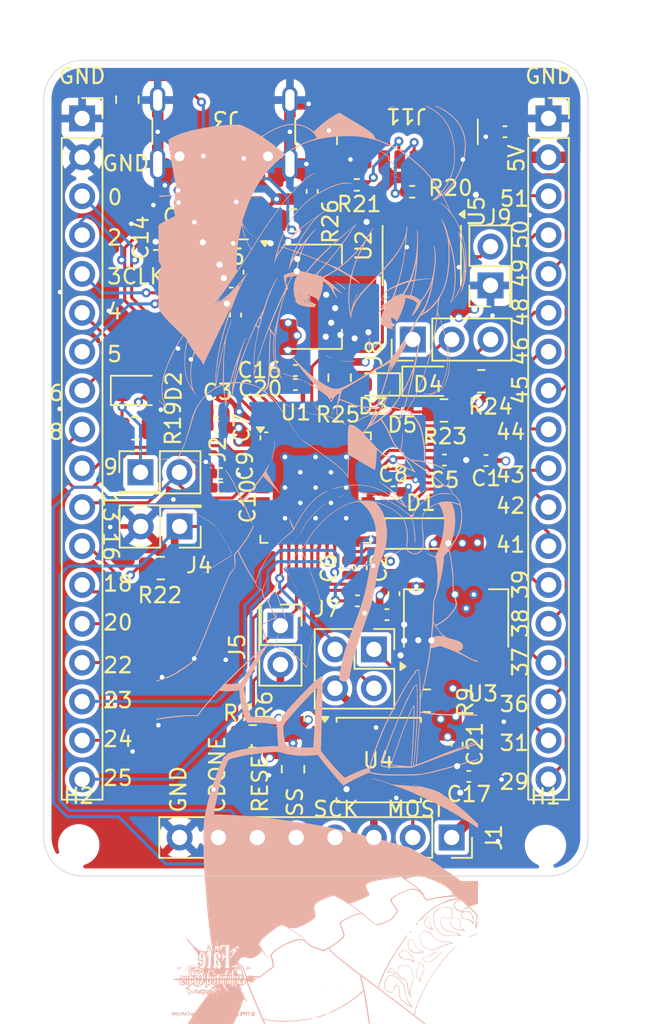
<source format=kicad_pcb>
(kicad_pcb (version 20241229) (generator "pcbnew") (generator_version "9.0")
  (title_block (title "Icedev") (date "2025-04-16") (rev "v2.3") (company "Cyao") (comment 1 "https://github.com/cheyao/icedev"))
  (layers (0 "F.Cu" signal) (4 "In1.Cu" signal) (6 "In2.Cu" signal) (2 "B.Cu" signal) (13 "F.Paste" user) (15 "B.Paste" user) (5 "F.SilkS" user "F.Silkscreen") (7 "B.SilkS" user "B.Silkscreen") (1 "F.Mask" user) (3 "B.Mask" user) (25 "Edge.Cuts" user))
  (net 0 "")
  (net 1 "GND")
  (net 2 "Net-(D1-K)")
  (net 3 "+1V2")
  (net 4 "+3V3")
  (net 5 "+5V")
  (net 6 "Net-(D2-K)")
  (net 7 "Net-(D3-K)")
  (net 8 "Net-(D4-K)")
  (net 9 "Net-(D5-K)")
  (net 10 "ICE_SS")
  (net 11 "CLK")
  (net 12 "FLASH_MOSI")
  (net 13 "FLASH_MISO")
  (net 14 "RESET")
  (net 15 "CDONE")
  (net 16 "ICE_SCK")
  (net 17 "IO13")
  (net 18 "IO24")
  (net 19 "IO25")
  (net 20 "IO23")
  (net 21 "IO22")
  (net 22 "IO6")
  (net 23 "IO4")
  (net 24 "IO20")
  (net 25 "IO18")
  (net 26 "IO8")
  (net 27 "IO5")
  (net 28 "IO16")
  (net 29 "Net-(J5-Pin_2)")
  (net 30 "IO9")
  (net 31 "IO46")
  (net 32 "IO45")
  (net 33 "IO48")
  (net 34 "IO49")
  (net 35 "IO29")
  (net 36 "IO39")
  (net 37 "IO51")
  (net 38 "IO37")
  (net 39 "IO31")
  (net 40 "IO38")
  (net 41 "IO36")
  (net 42 "IO50")
  (net 43 "IO42")
  (net 44 "IO44")
  (net 45 "IO41")
  (net 46 "IO43")
  (net 47 "ICE_MISO")
  (net 48 "ICE_MOSI")
  (net 49 "Net-(J9-Pin_2)")
  (net 50 "Net-(U4-~{WP}{slash}IO_{2})")
  (net 51 "Net-(U4-~{HOLD}{slash}~{RESET}{slash}IO_{3})")
  (net 52 "Net-(D3-A)")
  (net 53 "Net-(D4-A)")
  (net 54 "Net-(D5-A)")
  (net 55 "Net-(J3-CC2)")
  (net 56 "Net-(J3-CC1)")
  (net 57 "D+")
  (net 58 "D-")
  (net 59 "Net-(J11-CC2)")
  (net 60 "Net-(J11-CC1)")
  (footprint "LED_SMD:LED_0805_2012Metric" (layer "F.Cu") (at 167.35 103.05)
    (property "Reference" "D4")
    (property "Value" "G")
  )
  (footprint "Capacitor_SMD:C_0402_1005Metric" (layer "F.Cu") (at 170.01 128.87 180)
    (property "Reference" "C17")
    (property "Value" "10u")
  )
  (footprint "Resistor_SMD:R_0402_1005Metric" (layer "F.Cu") (at 166.31 90.67)
    (property "Reference" "R20")
    (property "Value" "5.1K")
  )
  (footprint "Capacitor_SMD:C_0402_1005Metric" (layer "F.Cu") (at 153.78 109.08 180)
    (property "Reference" "C9")
    (property "Value" "10n")
  )
  (footprint "Oscillator:Oscillator_SMD_Abracon_ASE-4Pin_3.2x2.5mm" (layer "F.Cu") (at 151.325 96.05 180)
    (property "Reference" "X1")
    (property "Value" "MPUOSC")
  )
  (footprint "Connector_PinSocket_2.54mm:PinSocket_1x18_P2.54mm_Vertical" (layer "F.Cu") (at 144.741949 85.878052)
    (property "Reference" "GND")
    (property "Value" "Conn_01x18")
  )
  (footprint "Resistor_SMD:R_0805_2012Metric" (layer "F.Cu") (at 158.525 125.025 90)
    (property "Reference" "R6")
    (property "Value" "10K")
  )
  (footprint "Capacitor_SMD:C_0402_1005Metric" (layer "F.Cu") (at 159.775 90.65 90)
    (property "Reference" "C23" (hide yes))
    (property "Value" "0.1u")
  )
  (footprint "Capacitor_SMD:C_0402_1005Metric" (layer "F.Cu") (at 172.375 86.75 180)
    (property "Reference" "5V")
    (property "Value" "0.1u")
  )
  (footprint "Package_SO:SOIC-8_5.3x5.3mm_P1.27mm" (layer "F.Cu") (at 164.125 127.8)
    (property "Reference" "U4")
    (property "Value" "W25Q128JVS")
  )
  (footprint "Capacitor_SMD:C_0402_1005Metric" (layer "F.Cu") (at 158.68 103.27 180)
    (property "Reference" "C20")
    (property "Value" "10n")
  )
  (footprint "Resistor_SMD:R_0805_2012Metric" (layer "F.Cu") (at 158.52 92.54)
    (property "Reference" "R26")
    (property "Value" "5.1K")
  )
  (footprint "Capacitor_SMD:C_0402_1005Metric" (layer "F.Cu") (at 154.93 95.92 90)
    (property "Reference" "C14")
    (property "Value" "10u")
  )
  (footprint "Resistor_SMD:R_0805_2012Metric" (layer "F.Cu") (at 149.88 115.26)
    (property "Reference" "R22")
    (property "Value" "1K")
  )
  (footprint "Capacitor_SMD:C_0402_1005Metric" (layer "F.Cu") (at 153.53 105.04 180)
    (property "Reference" "C3")
    (property "Value" "0.1u")
  )
  (footprint "Diode_SMD:D_SOD-123" (layer "F.Cu") (at 166.88 113)
    (property "Reference" "D1")
    (property "Value" "Schottky Diode")
  )
  (footprint "Resistor_SMD:R_0805_2012Metric" (layer "F.Cu") (at 155.89 126.25 180)
    (property "Reference" "R7")
    (property "Value" "10K")
  )
  (footprint "Capacitor_SMD:C_0402_1005Metric" (layer "F.Cu") (at 162.73 117.4)
    (property "Reference" "C4" (hide yes))
    (property "Value" "0.1u")
  )
  (footprint "Package_TO_SOT_SMD:SOT-223-3_TabPin2" (layer "F.Cu") (at 159.81 97.53)
    (property "Reference" "U2")
    (property "Value" "AMS1117-1.2")
  )
  (footprint "Capacitor_SMD:C_0402_1005Metric" (layer "F.Cu") (at 168.42 108.2)
    (property "Reference" "C5")
    (property "Value" "10n")
  )
  (footprint "Capacitor_SMD:C_0402_1005Metric" (layer "F.Cu") (at 154.77 98.72 90)
    (property "Reference" "C12" (hide yes))
    (property "Value" "10u")
  )
  (footprint "Capacitor_SMD:C_0402_1005Metric" (layer "F.Cu") (at 151.305 93.85 180)
    (property "Reference" "C15")
    (property "Value" "0.1u")
  )
  (footprint "Package_DFN_QFN:QFN-48-1EP_7x7mm_P0.5mm_EP5.6x5.6mm" (layer "F.Cu") (at 160 110)
    (property "Reference" "U1")
    (property "Value" "ICE40UP5K-SG48ITR")
  )
  (footprint "Resistor_SMD:R_0805_2012Metric" (layer "F.Cu") (at 147.7 84.65 90)
    (property "Reference" "GND")
    (property "Value" "5.1K")
  )
  (footprint "Connector_PinHeader_2.54mm:PinHeader_1x03_P2.54mm_Vertical" (layer "F.Cu") (at 166.3525 100.325 90)
    (property "Reference" "J8")
    (property "Value" "Conn_01x03")
  )
  (footprint "Capacitor_SMD:C_0402_1005Metric" (layer "F.Cu") (at 153.53 105.98 180)
    (property "Reference" "C7")
    (property "Value" "10n")
  )
  (footprint "Connector_PinSocket_2.54mm:PinSocket_1x08_P2.54mm_Vertical" (layer "F.Cu") (at 168.89 132.86 -90)
    (property "Reference" "J1")
    (property "Value" "Conn_01x08")
  )
  (footprint "Capacitor_SMD:C_0402_1005Metric" (layer "F.Cu") (at 165.12 116.93 -90)
    (property "Reference" "C19" (hide yes))
    (property "Value" "10u")
  )
  (footprint "PCM_marbastlib-various:SOT-23-6-routable" (layer "F.Cu") (at 154.7825 92.22)
    (property "Reference" "U6")
    (property "Value" "SRV05-4")
  )
  (footprint "MountingHole:MountingHole_2.2mm_M2" (layer "F.Cu") (at 175.019026 133.381949)
    (property "Reference" "H1")
    (property "Value" "MountingHole")
  )
  (footprint "Package_SO:SOIC-8_3.9x4.9mm_P1.27mm" (layer "F.Cu") (at 166.9375 94.84 -90)
    (property "Reference" "U5")
    (property "Value" "FM24C64B")
  )
  (footprint "Connector_PinHeader_2.54mm:PinHeader_2x01_P2.54mm_Vertical" (layer "F.Cu") (at 151.11 112.54 180)
    (property "Reference" "J4")
    (property "Value" "Conn_02x01")
  )
  (footprint "Capacitor_SMD:C_0402_1005Metric" (layer "F.Cu") (at 158.68 102.35 180)
    (property "Reference" "C16")
    (property "Value" "0.1u")
  )
  (footprint "Connector_PinSocket_2.54mm:PinSocket_1x18_P2.54mm_Vertical" (layer "F.Cu") (at 175.221949 85.878052)
    (property "Reference" "GND")
    (property "Value" "Conn_01x18")
  )
  (footprint "Resistor_SMD:R_0805_2012Metric" (layer "F.Cu") (at 167.2625 123.925 180)
    (property "Reference" "R9")
    (property "Value" "10K")
  )
  (footprint "Resistor_SMD:R_0805_2012Metric" (layer "F.Cu") (at 158.525 128.4 -90)
    (property "Reference" "R8" (hide yes))
    (property "Value" "10K")
  )
  (footprint "Connector_PinSocket_2.54mm:PinSocket_2x02_P2.54mm_Vertical" (layer "F.Cu") (at 163.81 120.57)
    (property "Reference" "J7")
    (property "Value" "Conn_02x02_Odd_Even")
  )
  (footprint "LED_SMD:LED_0201_0603Metric_Pad0.64x0.40mm_HandSolder" (layer "F.Cu") (at 165.68 104.78)
    (property "Reference" "D5")
    (property "Value" "B")
  )
  (footprint "Connector_USB:USB_C_Receptacle_GCT_USB4135-GF-A_6P_TopMnt_Horizontal" (layer "F.Cu") (at 166 85.530551 180)
    (property "Reference" "J11")
    (property "Value" "USB_C_Receptacle_PowerOnly_6P")
  )
  (footprint "Capacitor_SMD:C_0402_1005Metric" (layer "F.Cu") (at 162.98 115.24 -90)
    (property "Reference" "C2")
    (property "Value" "0.1u")
  )
  (footprint "Connector_USB:USB_C_Receptacle_GCT_USB4105-xx-A_16P_TopMnt_Horizontal" (layer "F.Cu") (at 154 85.753051 180)
    (property "Reference" "J3")
    (property "Value" "USB_C_Receptacle_USB2.0_14P")
  )
  (footprint "Resistor_SMD:R_0402_1005Metric" (layer "F.Cu") (at 162.69 90.22)
    (property "Reference" "R21")
    (property "Value" "5.1K")
  )
  (footprint "Resistor_SMD:R_0805_2012Metric" (layer "F.Cu") (at 161.57 102.82 90)
    (property "Reference" "R25")
    (property "Value" "1K")
  )
  (footprint "LED_SMD:LED_0603_1608Metric" (layer "F.Cu") (at 164.03 103.26 180)
    (property "Reference" "D3")
    (property "Value" "R")
  )
  (footprint "Package_TO_SOT_SMD:SOT-223-3_TabPin2" (layer "F.Cu") (at 169.18 118.55 90)
    (property "Reference" "U3")
    (property "Value" "AMS1117-3.3")
  )
  (footprint "Capacitor_SMD:C_0402_1005Metric" (layer "F.Cu") (at 153.8 110.01 180)
    (property "Reference" "C10")
    (property "Value" "0.1u")
  )
  (footprint "Resistor_SMD:R_0805_2012Metric" (layer "F.Cu") (at 168.39 104.96)
    (property "Reference" "R23")
    (property "Value" "1K")
  )
  (footprint "Capacitor_SMD:C_0402_1005Metric" (layer "F.Cu") (at 164.66 118.3)
    (property "Reference" "C18" (hide yes))
    (property "Value" "0.1u")
  )
  (footprint "Capacitor_SMD:C_0402_1005Metric" (layer "F.Cu") (at 162.05 115.24 -90)
    (property "Reference" "C6")
    (property "Value" "10n")
  )
  (footprint "Resistor_SMD:R_0805_2012Metric" (layer "F.Cu") (at 170.83 103.05)
    (property "Reference" "R24")
    (property "Value" "1K")
  )
  (footprint "Resistor_SMD:R_0805_2012Metric" (layer "F.Cu") (at 148.23 106.13)
    (property "Reference" "R19")
    (property "Value" "1K")
  )
  (footprint "Connector_PinHeader_2.54mm:PinHeader_2x01_P2.54mm_Vertical" (layer "F.Cu") (at 171.4275 96.79 90)
    (property "Reference" "J9")
    (property "Value" "Conn_02x01")
  )
  (footprint "Capacitor_SMD:C_0402_1005Metric" (layer "F.Cu") (at 154.48 97.29 180)
    (property "Reference" "C13" (hide yes))
    (property "Value" "0.1u")
  )
  (footprint "Connector_PinHeader_2.54mm:PinHeader_2x01_P2.54mm_Vertical" (layer "F.Cu") (at 157.7 119.02 -90)
    (property "Reference" "J5")
    (property "Value" "Conn_02x01")
  )
  (footprint "Capacitor_SMD:C_0402_1005Metric" (layer "F.Cu") (at 169.25 126.76 -90)
    (property "Reference" "C21")
    (property "Value" "0.1u")
  )
  (footprint "LED_SMD:LED_0805_2012Metric" (layer "F.Cu") (at 148.3 103.65)
    (property "Reference" "D2")
    (property "Value" "G")
  )
  (footprint "Capacitor_SMD:C_0402_1005Metric" (layer "F.Cu") (at 171.14 108.23 180)
    (property "Reference" "C1")
    (property "Value" "0.1u")
  )
  (footprint "Capacitor_SMD:C_0402_1005Metric" (layer "F.Cu") (at 165.07 110.28)
    (property "Reference" "C8")
    (property "Value" "0.1u")
  )
  (footprint "MountingHole:MountingHole_2.2mm_M2" (layer "F.Cu") (at 144.522924 133.341949)
    (property "Reference" "H2")
    (property "Value" "MountingHole")
  )
  (footprint "Connector_PinHeader_2.54mm:PinHeader_2x01_P2.54mm_Vertical" (layer "F.Cu") (at 148.555 109)
    (property "Reference" "J2")
    (property "Value" "Conn_02x01")
  )
  (footprint "LOGO" (layer "B.Cu") (at 160.1 115.06 180)
    (property "Reference" "G***" (hide yes))
    (property "Value" "LOGO" (hide yes))
  )
  (gr_arc (start 144.778051 135.381949) (mid 142.982 134.638) (end 142.238051 132.841949) (stroke (width 0.05)) (layer "Edge.Cuts"))
  (gr_line (start 175.26 82.078051) (end 144.778051 82.078051) (stroke (width 0.05)) (layer "Edge.Cuts"))
  (gr_line (start 144.778053 135.381949) (end 175.26 135.381949) (stroke (width 0.05)) (layer "Edge.Cuts"))
  (gr_arc (start 175.26 82.078051) (mid 177.056051 82.822) (end 177.8 84.618051) (stroke (width 0.05)) (layer "Edge.Cuts"))
  (gr_arc (start 142.238051 84.618051) (mid 142.982 82.822) (end 144.778051 82.078051) (stroke (width 0.05)) (layer "Edge.Cuts"))
  (gr_line (start 142.238051 84.618051) (end 142.238052 132.841948) (stroke (width 0.05)) (layer "Edge.Cuts"))
  (gr_line (start 177.8 132.841949) (end 177.8 84.618051) (stroke (width 0.05)) (layer "Edge.Cuts"))
  (gr_arc (start 177.8 132.841949) (mid 177.056051 134.638) (end 175.26 135.381949) (stroke (width 0.05)) (layer "Edge.Cuts"))
  (gr_text "9" (at 146.03 109.238 0) (layer "F.SilkS") (effects (font (size 1 1)) (justify left bottom)))
  (gr_text "3CLK" (at 146.284 96.792 0) (layer "F.SilkS") (effects (font (size 1 1)) (justify left bottom)))
  (gr_text "42" (at 171.684 111.778 0) (layer "F.SilkS") (effects (font (size 1 1)) (justify left bottom)))
  (gr_text "4\n" (at 146.284 99.078 0) (layer "F.SilkS") (effects (font (size 1 1)) (justify left bottom)))
  (gr_text "50" (at 173.97 94.506 90) (layer "F.SilkS") (effects (font (size 1 1)) (justify left bottom)))
  (gr_text "41" (at 171.684 114.318 0) (layer "F.SilkS") (effects (font (size 1 1)) (justify left bottom)))
  (gr_text "45" (at 173.97 104.666 90) (layer "F.SilkS") (effects (font (size 1 1)) (justify left bottom)))
  (gr_text "39" (at 173.97 117.366 90) (layer "F.SilkS") (effects (font (size 1 1)) (justify left bottom)))
  (gr_text "8" (at 142.474 106.952 0) (layer "F.SilkS") (effects (font (size 1 1)) (justify left bottom)))
  (gr_text "CDONE\n" (at 154.158 131.336 90) (layer "F.SilkS") (effects (font (size 1 1)) (justify left bottom)))
  (gr_text "6" (at 142.474 104.412 0) (layer "F.SilkS") (effects (font (size 1 1)) (justify left bottom)))
  (gr_text "2" (at 146.284 94.252 0) (layer "F.SilkS") (effects (font (size 1 1)) (justify left bottom)))
  (gr_text "MISO" (at 162.032 135.146 0) (layer "F.SilkS") (effects (font (size 1 1)) (justify left bottom)))
  (gr_text "RESET" (at 156.952 131.336 90) (layer "F.SilkS") (effects (font (size 1 1)) (justify left bottom)))
  (gr_text "MOSI" (at 164.572 131.59 0) (layer "F.SilkS") (effects (font (size 1 1)) (justify left bottom)))
  (gr_text "29" (at 171.938 129.812 0) (layer "F.SilkS") (effects (font (size 1 1)) (justify left bottom)))
  (gr_text "18" (at 146.03 116.858 0) (layer "F.SilkS") (effects (font (size 1 1)) (justify left bottom)))
  (gr_text "51" (at 171.938 91.712 0) (layer "F.SilkS") (effects (font (size 1 1)) (justify left bottom)))
  (gr_text "16" (at 146.03 112.794 270) (layer "F.SilkS") (effects (font (size 1 1)) (justify left bottom)))
  (gr_text "24" (at 146.03 127.018 0) (layer "F.SilkS") (effects (font (size 1 1)) (justify left bottom)))
  (gr_text "22" (at 146.03 122.192 0) (layer "F.SilkS") (effects (font (size 1 1)) (justify left bottom)))
  (gr_text "48" (at 173.97 99.586 90) (layer "F.SilkS") (effects (font (size 1 1)) (justify left bottom)))
  (gr_text "20" (at 146.03 119.398 0) (layer "F.SilkS") (effects (font (size 1 1)) (justify left bottom)))
  (gr_text "36" (at 171.938 124.732 0) (layer "F.SilkS") (effects (font (size 1 1)) (justify left bottom)))
  (gr_text "5" (at 146.284 101.872 0) (layer "F.SilkS") (effects (font (size 1 1)) (justify left bottom)))
  (gr_text "0" (at 146.31 91.62 0) (layer "F.SilkS") (effects (font (size 1 1)) (justify left bottom)))
  (gr_text "46" (at 173.97 102.126 90) (layer "F.SilkS") (effects (font (size 1 1)) (justify left bottom)))
  (gr_text "SS" (at 159.238 131.59 90) (layer "F.SilkS") (effects (font (size 1 1)) (justify left bottom)))
  (gr_text "49" (at 173.97 97.046 90) (layer "F.SilkS") (effects (font (size 1 1)) (justify left bottom)))
  (gr_text "43" (at 171.684 109.746 0) (layer "F.SilkS") (effects (font (size 1 1)) (justify left bottom)))
  (gr_text "44" (at 171.684 106.952 0) (layer "F.SilkS") (effects (font (size 1 1)) (justify left bottom)))
  (gr_text "GND" (at 151.618 131.336 90) (layer "F.SilkS") (effects (font (size 1 1)) (justify left bottom)))
  (gr_text "31" (at 171.938 127.272 0) (layer "F.SilkS") (effects (font (size 1 1)) (justify left bottom)))
  (gr_text "23" (at 146.03 124.478 0) (layer "F.SilkS") (effects (font (size 1 1)) (justify left bottom)))
  (gr_text "13" (at 146.03 110.254 270) (layer "F.SilkS") (effects (font (size 1 1)) (justify left bottom)))
  (gr_text "SCK" (at 159.746 131.59 0) (layer "F.SilkS") (effects (font (size 1 1)) (justify left bottom)))
  (gr_text "37" (at 173.97 122.446 90) (layer "F.SilkS") (effects (font (size 1 1)) (justify left bottom)))
  (gr_text "25" (at 146.03 129.558 0) (layer "F.SilkS") (effects (font (size 1 1)) (justify left bottom)))
  (gr_text "38" (at 173.97 119.906 90) (layer "F.SilkS") (effects (font (size 1 1)) (justify left bottom)))
  (segment (start 154.77 98.24) (end 154.460001 98.24) (width 0.5) (layer "F.Cu") (net 1))
  (segment (start 154 97.29) (end 154 96.31) (width 0.5) (layer "F.Cu") (net 1))
  (segment (start 165.14 118.3) (end 165.14 117.43) (width 0.5) (layer "F.Cu") (net 1))
  (segment (start 160.93 88.563051) (end 160.875 88.508051) (width 0.75) (layer "F.Cu") (net 1))
  (segment (start 165.0325 92.365) (end 168.8425 92.365) (width 0.75) (layer "F.Cu") (net 1))
  (segment (start 153.18 110.01) (end 153.18 109.2) (width 0.2) (layer "F.Cu") (net 1))
  (segment (start 171.125 88.508051) (end 171.125 87.075) (width 0.75) (layer "F.Cu") (net 1))
  (segment (start 149.545 93.93) (end 149.525 93.93) (width 0.5) (layer "F.Cu") (net 1))
  (segment (start 158.27 102.78) (end 158.27 103.1) (width 0.3) (layer "F.Cu") (net 1))
  (segment (start 150.825 93.85) (end 150.825 94.675) (width 0.5) (layer "F.Cu") (net 1))
  (segment (start 171.895 86.75) (end 171.125 86.75) (width 0.5) (layer "F.Cu") (net 1))
  (segment (start 168.75 88.563051) (end 169.625 88.563051) (width 0.75) (layer "F.Cu") (net 1))
  (segment (start 165.79 118.95) (end 165.14 118.3) (width 0.5) (layer "F.Cu") (net 1))
  (segment (start 150.275 95.225) (end 150.275 94.66) (width 0.5) (layer "F.Cu") (net 1))
  (segment (start 169.87 108.23) (end 169.84 108.2) (width 0.3) (layer "F.Cu") (net 1))
  (segment (start 148.57 112.54) (end 146.61 112.54) (width 0.3) (layer "F.Cu") (net 1))
  (segment (start 157.276 89.357051) (end 157.276 89.433051) (width 0.75) (layer "F.Cu") (net 1))
  (segment (start 169.429 128.769) (end 169.429 128.842992) (width 0.75) (layer "F.Cu") (net 1))
  (segment (start 160.525 88.858051) (end 160.875 88.508051) (width 0.75) (layer "F.Cu") (net 1))
  (segment (start 165.55 110.28) (end 165.85 110.28) (width 0.2) (layer "F.Cu") (net 1))
  (segment (start 159.55 84.928051) (end 158.57 84.928051) (width 0.75) (layer "F.Cu") (net 1))
  (segment (start 167.5725 91.2825) (end 166.96 90.67) (width 0.2) (layer "F.Cu") (net 1))
  (segment (start 166.3025 92.365) (end 166.3025 91.1875) (width 0.2) (layer "F.Cu") (net 1))
  (segment (start 153.18 109.2) (end 153.3 109.08) (width 0.2) (layer "F.Cu") (net 1))
  (segment (start 157.65 89.584051) (end 157.499 89.433051) (width 0.5) (layer "F.Cu") (net 1))
  (segment (start 167.5725 92.365) (end 167.5725 91.2825) (width 0.2) (layer "F.Cu") (net 1))
  (segment (start 163.21 117.4) (end 163.21 118.19) (width 0.2) (layer "F.Cu") (net 1))
  (segment (start 160.875 86.675) (end 160.875 84.928051) (width 0.75) (layer "F.Cu") (net 1))
  (segment (start 163.25 88.563051) (end 162.275 88.563051) (width 0.75) (layer "F.Cu") (net 1))
  (segment (start 159.4 89) (end 158.930974 89.469026) (width 0.75) (layer "F.Cu") (net 1))
  (segment (start 168.9 108.2) (end 169.84 108.2) (width 0.3) (layer "F.Cu") (net 1))
  (segment (start 154 96.060001) (end 154.620001 95.44) (width 0.5) (layer "F.Cu") (net 1))
  (segment (start 154 96.31) (end 154 96.060001) (width 0.5) (layer "F.Cu") (net 1))
  (segment (start 158.32 88.858051) (end 159.4 88.858051) (width 0.75) (layer "F.Cu") (net 1))
  (segment (start 149.1425 106.13) (end 149.1425 105.6575) (width 0.2) (layer "F.Cu") (net 1))
  (segment (start 165.76 110.07) (end 165.55 110.28) (width 0.2) (layer "F.Cu") (net 1))
  (segment (start 159.4 89.795) (end 159.775 90.17) (width 0.75) (layer "F.Cu") (net 1))
  (segment (start 159.775 90.17) (end 159.631949 90.17) (width 0.5) (layer "F.Cu") (net 1))
  (segment (start 158.930974 89.469026) (end 158.32 88.858051) (width 0.5) (layer "F.Cu") (net 1))
  (segment (start 165.85 110.28) (end 165.92 110.21) (width 0.2) (layer "F.Cu") (net 1))
  (segment (start 150.825 94.675) (end 150.275 95.225) (width 0.5) (layer "F.Cu") (net 1))
  (segment (start 163.169682 115.72) (end 163.760735 115.128947) (width 0.5) (layer "F.Cu") (net 1))
  (segment (start 159.4 88.858051) (end 160.525 88.858051) (width 0.75) (layer "F.Cu") (net 1))
  (segment (start 149.68 88.858051) (end 150.225 88.858051) (width 0.75) (layer "F.Cu") (net 1))
  (segment (start 160.5375 129.705) (end 162.015 129.705) (width 0.75) (layer "F.Cu") (net 1))
  (segment (start 162.24 89.573051) (end 162.24 90.199) (width 0.75) (layer "F.Cu") (net 1))
  (segment (start 162.015 129.705) (end 162.02 129.7) (width 0.75) (layer "F.Cu") (net 1))
  (segment (start 158.32 88.858051) (end 158.32 89.164051) (width 0.75) (layer "F.Cu") (net 1))
  (segment (start 158.27 102.78) (end 158 102.78) (width 0.3) (layer "F.Cu") (net 1))
  (segment (start 150.8 89.6) (end 150.15 90.25) (width 0.5) (layer "F.Cu") (net 1))
  (segment (start 150.8 89.433051) (end 150.8 89.6) (width 0.5) (layer "F.Cu") (net 1))
  (segment (start 149.68 86.75) (end 149.68 84.678051) (width 0.75) (layer "F.Cu") (net 1))
  (segment (start 169.53 128.87) (end 169.53 129.85) (width 0.5) (layer "F.Cu") (net 1))
  (segment (start 154.620001 95.44) (end 154.93 95.44) (width 0.5) (layer "F.Cu") (net 1))
  (segment (start 169.25 128.2) (end 169.25 128.59) (width 0.75) (layer "F.Cu") (net 1))
  (segment (start 169.53 129.85) (end 169.45 129.93) (width 0.5) (layer "F.Cu") (net 1))
  (segment (start 152.826118 108.322402) (end 153.002402 108.322402) (width 0.2) (layer "F.Cu") (net 1))
  (segment (start 150.275 94.66) (end 149.545 93.93) (width 0.5) (layer "F.Cu") (net 1))
  (segment (start 154.93 95.44) (end 156.6225 95.44) (width 0.5) (layer "F.Cu") (net 1))
  (segment (start 163.25 88.563051) (end 162.24 89.573051) (width 0.75) (layer "F.Cu") (net 1))
  (segment (start 162.275 88.563051) (end 160.93 88.563051) (width 0.75) (layer "F.Cu") (net 1))
  (segment (start 162.98 115.72) (end 163.169682 115.72) (width 0.5) (layer "F.Cu") (net 1))
  (segment (start 154.460001 98.24) (end 154.2 97.98) (width 0.5) (layer "F.Cu") (net 1))
  (segment (start 166.3025 91.1875) (end 166.82 90.67) (width 0.2) (layer "F.Cu") (net 1))
  (segment (start 156.6225 95.44) (end 156.64 95.4575) (width 0.5) (layer "F.Cu") (net 1))
  (segment (start 157.499 89.433051) (end 157.2 89.433051) (width 0.5) (layer "F.Cu") (net 1))
  (segment (start 153.05 105.04) (end 153.05 104.14) (width 0.5) (layer "F.Cu") (net 1))
  (segment (start 169.25 127.24) (end 169.25 128.2) (width 0.75) (layer "F.Cu") (net 1))
  (segment (start 158.27 102.19) (end 158.27 102.78) (width 0.3) (layer "F.Cu") (net 1))
  (segment (start 153.002402 108.322402) (end 153.3 108.62) (width 0.2) (layer "F.Cu") (net 1))
  (segment (start 150.724 89.357051) (end 150.724 89.433051) (width 0.75) (layer "F.Cu") (net 1))
  (segment (start 159.4 88.858051) (end 159.4 89.795) (width 0.75) (layer "F.Cu") (net 1))
  (segment (start 153.3 108.62) (end 153.3 109.08) (width 0.2) (layer "F.Cu") (net 1))
  (segment (start 171.125 86.75) (end 171.125 84.928051) (width 0.75) (layer "F.Cu") (net 1))
  (segment (start 149.1425 105.6575) (end 149.89 104.91) (width 0.2) (layer "F.Cu") (net 1))
  (segment (start 159.631949 90.17) (end 158.930974 89.469026) (width 0.5) (layer "F.Cu") (net 1))
  (segment (start 150.275 95.225) (end 149.95 95.225) (width 0.5) (layer "F.Cu") (net 1))
  (segment (start 150.15 90.25) (end 150.15 89.328051) (width 0.5) (layer "F.Cu") (net 1))
  (segment (start 166.07 109.95) (end 165.95 110.07) (width 0.2) (layer "F.Cu") (net 1))
  (segment (start 170.66 108.23) (end 169.87 108.23) (width 0.3) (layer "F.Cu") (net 1))
  (segment (start 157.65 90.125) (end 157.65 89.584051) (width 0.5) (layer "F.Cu") (net 1))
  (segment (start 146.61 112.54) (end 146.575 112.575) (width 0.3) (layer "F.Cu") (net 1))
  (segment (start 165.95 110.07) (end 165.76 110.07) (width 0.2) (layer "F.Cu") (net 1))
  (segment (start 162.98 115.72) (end 162.05 115.72) (width 0.5) (layer "F.Cu") (net 1))
  (segment (start 150.15 89.328051) (end 149.68 88.858051) (width 0.5) (layer "F.Cu") (net 1))
  (segment (start 158.57 84.928051) (end 158.32 84.678051) (width 0.75) (layer "F.Cu") (net 1))
  (segment (start 149.68 88.858051) (end 149.68 86.75) (width 0.75) (layer "F.Cu") (net 1))
  (segment (start 169.625 88.563051) (end 171.07 88.563051) (width 0.75) (layer "F.Cu") (net 1))
  (segment (start 158 102.78) (end 157.17 101.95) (width 0.3) (layer "F.Cu") (net 1))
  (segment (start 159.4 88.858051) (end 159.4 89) (width 0.75) (layer "F.Cu") (net 1))
  (segment (start 169.25 128.59) (end 169.429 128.769) (width 0.75) (layer "F.Cu") (net 1))
  (segment (start 157.851 89.633051) (end 157.775 89.633051) (width 0.75) (layer "F.Cu") (net 1))
  (segment (start 150.225 88.858051) (end 150.724 89.357051) (width 0.75) (layer "F.Cu") (net 1))
  (segment (start 165.79 120) (end 165.79 118.95) (width 0.5) (layer "F.Cu") (net 1))
  (segment (start 165.14 117.43) (end 165.12 117.41) (width 0.5) (layer "F.Cu") (net 1))
  (segment (start 166.96 90.67) (end 166.82 90.67) (width 0.2) (layer "F.Cu") (net 1))
  (segment (start 158.32 88.858051) (end 157.775 88.858051) (width 0.75) (layer "F.Cu") (net 1))
  (segment (start 158.32 88.858051) (end 158.32 86.75) (width 0.75) (layer "F.Cu") (net 1))
  (segment (start 158.32 89.164051) (end 157.851 89.633051) (width 0.75) (layer "F.Cu") (net 1))
  (segment (start 163.21 118.19) (end 163.2 118.2) (width 0.2) (layer "F.Cu") (net 1))
  (segment (start 153.05 104.14) (end 153.06 104.13) (width 0.5) (layer "F.Cu") (net 1))
  (segment (start 163.760735 115.128947) (end 163.760735 115.100735) (width 0.5) (layer "F.Cu") (net 1))
  (segment (start 153.05 105.98) (end 153.05 105.04) (width 0.5) (layer "F.Cu") (net 1))
  (segment (start 158.27 103.1) (end 158.28 103.11) (width 0.3) (layer "F.Cu") (net 1))
  (segment (start 154 97.779999) (end 154 97.29) (width 0.5) (layer "F.Cu") (net 1))
  (segment (start 171.07 88.563051) (end 171.125 88.508051) (width 0.75) (layer "F.Cu") (net 1))
  (segment (start 157.775 88.858051) (end 157.276 89.357051) (width 0.75) (layer "F.Cu") (net 1))
  (segment (start 160.875 84.928051) (end 159.55 84.928051) (width 0.75) (layer "F.Cu") (net 1))
  (segment (start 158.32 86.75) (end 158.32 84.678051) (width 0.75) (layer "F.Cu") (net 1))
  (segment (start 160.875 88.508051) (end 160.875 86.675) (width 0.75) (layer "F.Cu") (net 1))
  (segment (start 154.2 97.98) (end 154 97.779999) (width 0.5) (layer "F.Cu") (net 1))
  (segment (start 171.125 87.075) (end 171.125 86.75) (width 0.75) (layer "F.Cu") (net 1))
  (via (at 158.21 93.94) (size 0.6) (drill 0.4) (layers "F.Cu" "B.Cu") (net 1))
  (via (at 143.27 104.86) (size 0.6) (drill 0.3) (layers "F.Cu" "B.Cu") (net 1))
  (via (at 152.07 121.17) (size 0.6) (drill 0.3) (layers "F.Cu" "B.Cu") (net 1))
  (via (at 158.77 95.86) (size 0.6) (drill 0.4) (layers "F.Cu" "B.Cu") (net 1))
  (via (at 169.625 88.563051) (size 0.6) (drill 0.3) (layers "F.Cu" "B.Cu") (net 1))
  (via (at 149.725 125.525) (size 0.6) (drill 0.3) (layers "F.Cu" "B.Cu") (net 1))
  (via (at 153.325 129.725) (size 0.6) (drill 0.3) (layers "F.Cu" "B.Cu") (net 1))
  (via (at 162.275 88.563051) (size 0.6) (drill 0.3) (layers "F.Cu" "B.Cu") (net 1))
  (via (at 163.95 125.675) (size 0.6) (drill 0.3) (layers "F.Cu" "B.Cu") (net 1))
  (via (at 149.4 91.54) (size 0.6) (drill 0.3) (layers "F.Cu" "B.Cu") (net 1))
  (via (at 169.45 129.93) (size 0.6) (drill 0.4) (layers "F.Cu" "B.Cu") (net 1))
  (via (at 166.07 109.95) (size 0.45) (drill 0.25) (layers "F.Cu" "B.Cu") (net 1))
  (via (at 165.275 130.275) (size 0.6) (drill 0.3) (layers "F.Cu" "B.Cu") (net 1))
  (via (at 152.08 92.66) (size 0.6) (drill 0.3) (layers "F.Cu" "B.Cu") (net 1))
  (via (at 162 108) (size 0.6) (drill 0.3) (layers "F.Cu" "B.Cu") (net 1))
  (via (at 154.2 97.98) (size 0.6) (drill 0.4) (layers "F.Cu" "B.Cu") (net 1))
  (via (at 161 109) (size 0.6) (drill 0.3) (layers "F.Cu" "B.Cu") (net 1))
  (via (at 163.760735 115.100735) (size 0.6) (drill 0.3) (layers "F.Cu" "B.Cu") (net 1))
  (via (at 155.01 105.04) (size 0.6) (drill 0.3) (layers "F.Cu" "B.Cu") (net 1))
  (via (at 173.98 92.19) (size 0.6) (drill 0.3) (layers "F.Cu" "B.Cu") (net 1))
  (via (at 171.125 87.075) (size 0.6) (drill 0.3) (layers "F.Cu" "B.Cu") (net 1))
  (via (at 149.68 86.75) (size 0.6) (drill 0.3) (layers "F.Cu" "B.Cu") (net 1))
  (via (at 160 108) (size 0.6) (drill 0.3) (layers "F.Cu" "B.Cu") (net 1))
  (via (at 171.92 133.1) (size 0.6) (drill 0.3) (layers "F.Cu" "B.Cu") (net 1))
  (via (at 154 96.31) (size 0.6) (drill 0.4) (layers "F.Cu" "B.Cu") (net 1))
  (via (at 165.79 120) (size 0.6) (drill 0.4) (layers "F.Cu" "B.Cu") (net 1))
  (via (at 166.71 119.97) (size 0.6) (drill 0.4) (layers "F.Cu" "B.Cu") (net 1))
  (via (at 152.826118 108.322402) (size 0.6) (drill 0.3) (layers "F.Cu" "B.Cu") (net 1))
  (via (at 158 112) (size 0.6) (drill 0.3) (layers "F.Cu" "B.Cu") (net 1))
  (via (at 147.95 92.76) (size 0.6) (drill 0.3) (layers "F.Cu" "B.Cu") (net 1))
  (via (at 149.89 104.91) (size 0.6) (drill 0.3) (layers "F.Cu" "B.Cu") (net 1))
  (via (at 162.02 129.7) (size 0.6) (drill 0.4) (layers "F.Cu" "B.Cu") (net 1))
  (via (at 158 108) (size 0.6) (drill 0.3) (layers "F.Cu" "B.Cu") (net 1))
  (via (at 169.25 128.2) (size 0.6) (drill 0.4) (layers "F.Cu" "B.Cu") (net 1))
  (via (at 149.96 122.38) (size 0.6) (drill 0.3) (layers "F.Cu" "B.Cu") (net 1))
  (via (at 153.72 95.43) (size 0.6) (drill 0.4) (layers "F.Cu" "B.Cu") (net 1))
  (via (at 162 112) (size 0.6) (drill 0.3) (layers "F.Cu" "B.Cu") (net 1))
  (via (at 169.84 108.2) (size 0.6) (drill 0.4) (layers "F.Cu" "B.Cu") (net 1))
  (via (at 153.06 104.13) (size 0.6) (drill 0.4) (layers "F.Cu" "B.Cu") (net 1))
  (via (at 165.55 120.96) (size 0.6) (drill 0.4) (layers "F.Cu" "B.Cu") (net 1))
  (via (at 156.952 128.796) (size 0.6) (drill 0.3) (layers "F.Cu" "B.Cu") (net 1))
  (via (at 160 112) (size 0.6) (drill 0.3) (layers "F.Cu" "B.Cu") (net 1))
  (via (at 172.15 129.075) (size 0.6) (drill 0.3) (layers "F.Cu" "B.Cu") (net 1))
  (via (at 157.17 101.95) (size 0.6) (drill 0.3) (layers "F.Cu" "B.Cu") (net 1))
  (via (at 157.06 94.04) (size 0.6) (drill 0.4) (layers "F.Cu" "B.Cu") (net 1))
  (via (at 160 110) (size 0.6) (drill 0.3) (layers "F.Cu" "B.Cu") (net 1))
  (via (at 170.47 90.87) (size 0.6) (drill 0.4) (layers "F.Cu" "B.Cu") (net 1))
  (via (at 167.56 119.99) (size 0.6) (drill 0.4) (layers "F.Cu" "B.Cu") (net 1))
  (via (at 158 110) (size 0.6) (drill 0.3) (layers "F.Cu" "B.Cu") (net 1))
  (via (at 146.575 112.575) (size 0.6) (drill 0.3) (layers "F.Cu" "B.Cu") (net 1))
  (via (at 159 111) (size 0.6) (drill 0.3) (layers "F.Cu" "B.Cu") (net 1))
  (via (at 165.79 118.95) (size 0.6) (drill 0.4) (layers "F.Cu" "B.Cu") (net 1))
  (via (at 150.7 110.775) (size 0.6) (drill 0.3) (layers "F.Cu" "B.Cu") (net 1))
  (via (at 148.04 127.24) (size 0.6) (drill 0.3) (layers "F.Cu" "B.Cu") (net 1))
  (via (at 172.3 125.3) (size 0.6) (drill 0.3) (layers "F.Cu" "B.Cu") (net 1))
  (via (at 171.56 98.76) (size 0.6) (drill 0.3) (layers "F.Cu" "B.Cu") (net 1))
  (via (at 150.15 90.25) (size 0.6) (drill 0.3) (layers "F.Cu" "B.Cu") (net 1))
  (via (at 154.62 94.04) (size 0.6) (drill 0.3) (layers "F.Cu" "B.Cu") (net 1))
  (via (at 160.875 86.675) (size 0.6) (drill 0.3) (layers "F.Cu" "B.Cu") (net 1))
  (via (at 151.01 100.91) (size 0.6) (drill 0.3) (layers "F.Cu" "B.Cu") (net 1))
  (via (at 158.32 86.75) (size 0.6) (drill 0.3) (layers "F.Cu" "B.Cu") (net 1))
  (via (at 159.4 88.858051) (size 0.6) (drill 0.3) (layers "F.Cu" "B.Cu") (net 1))
  (via (at 149.545 93.93) (size 0.6) (drill 0.4) (layers "F.Cu" "B.Cu") (net 1))
  (via (at 151.85 101.62) (size 0.6) (drill 0.3) (layers "F.Cu" "B.Cu") (net 1))
  (via (at 154.125 121.25) (size 0.6) (drill 0.3) (layers "F.Cu" "B.Cu") (net 1))
  (via (at 163.33 92.64) (size 0.6) (drill 0.4) (layers "F.Cu" "B.Cu") (net 1))
  (via (at 169.36 95.6) (size 0.6) (drill 0.3) (layers "F.Cu" "B.Cu") (net 1))
  (via (at 143.29 97.23) (size 0.6) (drill 0.3) (layers "F.Cu" "B.Cu") (net 1))
  (via (at 146.49 98.45) (size 0.6) (drill 0.3) (layers "F.Cu" "B.Cu") (net 1))
  (via (at 161 111) (size 0.6) (drill 0.3) (layers "F.Cu" "B.Cu") (net 1))
  (via (at 163.2 118.2) (size 0.6) (drill 0.3) (layers "F.Cu" "B.Cu") (net 1))
  (via (at 159.55 84.928051) (size 0.6) (drill 0.3) (layers "F.Cu" "B.Cu") (net 1))
  (via (at 158.8 95.06) (size 0.6) (drill 0.4) (layers "F.Cu" "B.Cu") (net 1))
  (via (at 165.96 94.29) (size 0.6) (drill 0.3) (layers "F.Cu" "B.Cu") (net 1))
  (via (at 159 109) (size 0.6) (drill 0.3) (layers "F.Cu" "B.Cu") (net 1))
  (via (at 162 110) (size 0.6) (drill 0.3) (layers "F.Cu" "B.Cu") (net 1))
  (segment (start 158 108) (end 158 110) (width 0.2) (layer "B.Cu") (net 1))
  (segment (start 160 108) (end 158 108) (width 0.2) (layer "B.Cu") (net 1))
  (segment (start 162 108) (end 160 108) (width 0.2) (layer "B.Cu") (net 1))
  (segment (start 162 108) (end 162 110) (width 0.2) (layer "B.Cu") (net 1))
  (segment (start 162 108) (end 161 109) (width 0.2) (layer "B.Cu") (net 1))
  (segment (start 158 108) (end 159 109) (width 0.2) (layer "B.Cu") (net 1))
  (segment (start 159 109) (end 160 108) (width 0.2) (layer "B.Cu") (net 1))
  (segment (start 163.63 113.4375) (end 162.826 113.4375) (width 0.5) (layer "F.Cu") (net 2))
  (segment (start 165.2025 112.95) (end 164.715 113.4375) (width 0.5) (layer "F.Cu") (net 2))
  (segment (start 162.25 117.4) (end 161.33 117.4) (width 0.2) (layer "F.Cu") (net 2))
  (segment (start 161.33 117.4) (end 161.29 117.36) (width 0.2) (layer "F.Cu") (net 2))
  (segment (start 163.63 113.4375) (end 163.63 113.398735) (width 0.5) (layer "F.Cu") (net 2))
  (segment (start 164.715 113.4375) (end 163.63 113.4375) (width 0.5) (layer "F.Cu") (net 2))
  (via (at 161.29 117.36) (size 0.6) (drill 0.3) (layers "F.Cu" "B.Cu") (net 2))
  (via (at 163.63 113.398735) (size 0.6) (drill 0.3) (layers "F.Cu" "B.Cu") (net 2))
  (segment (start 161.29 116.48) (end 163 114.77) (width 0.2) (layer "B.Cu") (net 2))
  (segment (start 163 113.6) (end 163.201265 113.398735) (width 0.2) (layer "B.Cu") (net 2))
  (segment (start 163 114.77) (end 163 113.6) (width 0.2) (layer "B.Cu") (net 2))
  (segment (start 161.29 117.36) (end 161.29 116.48) (width 0.2) (layer "B.Cu") (net 2))
  (segment (start 163.201265 113.398735) (end 163.63 113.398735) (width 0.2) (layer "B.Cu") (net 2))
  (segment (start 163.4375 110.425) (end 163.4375 110.25) (width 0.2) (layer "F.Cu") (net 3))
  (segment (start 163.4675 110.28) (end 163.4375 110.25) (width 0.2) (layer "F.Cu") (net 3))
  (segment (start 155.8975 97.3675) (end 154.93 96.4) (width 0.5) (layer "F.Cu") (net 3))
  (segment (start 154.97 109.15) (end 154.97 109.18) (width 0.2) (layer "F.Cu") (net 3))
  (segment (start 163.475 110.425) (end 163.7 110.425) (width 0.2) (layer "F.Cu") (net 3))
  (segment (start 163.7 110.425) (end 163.73125 110.45625) (width 0.2) (layer "F.Cu") (net 3))
  (segment (start 154.97 109.15) (end 154.33 109.15) (width 0.2) (layer "F.Cu") (net 3))
  (segment (start 159.23 103.1) (end 159.24 103.11) (width 0.3) (layer "F.Cu") (net 3))
  (segment (start 163.4375 110.75) (end 163.61875 110.56875) (width 0.2) (layer "F.Cu") (net 3))
  (segment (start 154.93 96.4) (end 154.93 97.26) (width 0.5) (layer "F.Cu") (net 3))
  (segment (start 156.31 97.29) (end 156.34 97.32) (width 0.5) (layer "F.Cu") (net 3))
  (segment (start 163.9075 110.28) (end 164.56 110.28) (width 0.2) (layer "F.Cu") (net 3))
  (segment (start 155.0375 97.3675) (end 154.96 97.29) (width 0.5) (layer "F.Cu") (net 3))
  (segment (start 165.03565 109.63565) (end 164.59 110.0813) (width 0.2) (layer "F.Cu") (net 3))
  (segment (start 163.61875 110.56875) (end 163.475 110.425) (width 0.2) (layer "F.Cu") (net 3))
  (segment (start 166.53 109.49) (end 166.448526 109.49) (width 0.2) (layer "F.Cu") (net 3))
  (segment (start 164.56 110.28) (end 163.4675 110.28) (width 0.2) (layer "F.Cu") (net 3))
  (segment (start 163.7 110.425) (end 164.445 110.425) (width 0.2) (layer "F.Cu") (net 3))
  (segment (start 165.869 109.361) (end 165.59435 109.63565) (width 0.2) (layer "F.Cu") (net 3))
  (segment (start 159.115001 104.656472) (end 159.17 104.601473) (width 0.3) (layer "F.Cu") (net 3))
  (segment (start 154.97 109.18) (end 154.14 110.01) (width 0.2) (layer "F.Cu") (net 3))
  (segment (start 163.61875 110.56875) (end 163.73125 110.45625) (width 0.2) (layer "F.Cu") (net 3))
  (segment (start 154.14 110.01) (end 154.14 109.2) (width 0.2) (layer "F.Cu") (net 3))
  (segment (start 165.59435 109.63565) (end 165.03565 109.63565) (width 0.2) (layer "F.Cu") (net 3))
  (segment (start 163.475 110.425) (end 163.4375 110.425) (width 0.2) (layer "F.Cu") (net 3))
  (segment (start 166.448526 109.49) (end 166.319526 109.361) (width 0.2) (layer "F.Cu") (net 3))
  (segment (start 164.445 110.425) (end 164.59 110.28) (width 0.2) (layer "F.Cu") (net 3))
  (segment (start 164.59 110.0813) (end 164.59 110.28) (width 0.2) (layer "F.Cu") (net 3))
  (segment (start 156.65 97.3675) (end 155.8975 97.3675) (width 0.5) (layer "F.Cu") (net 3))
  (segment (start 163.4375 110.75) (end 163.4375 110.425) (width 0.2) (layer "F.Cu") (net 3))
  (segment (start 159.17 104.601473) (end 159.17 102.36) (width 0.3) (layer "F.Cu") (net 3))
  (segment (start 156.5625 109.25) (end 155.07 109.25) (width 0.2) (layer "F.Cu") (net 3))
  (segment (start 156.65 97.3675) (end 155.0375 97.3675) (width 0.5) (layer "F.Cu") (net 3))
  (segment (start 166.319526 109.361) (end 165.869 109.361) (width 0.2) (layer "F.Cu") (net 3))
  (segment (start 163.73125 110.45625) (end 163.9075 110.28) (width 0.2) (layer "F.Cu") (net 3))
  (segment (start 154.93 97.26) (end 154.96 97.29) (width 0.5) (layer "F.Cu") (net 3))
  (segment (start 155.07 109.25) (end 154.97 109.15) (width 0.2) (layer "F.Cu") (net 3))
  (segment (start 154.14 109.2) (end 154.26 109.08) (width 0.2) (layer "F.Cu") (net 3))
  (segment (start 154.33 109.15) (end 154.26 109.08) (width 0.2) (layer "F.Cu") (net 3))
  (segment (start 159.17 102.36) (end 159.16 102.35) (width 0.3) (layer "F.Cu") (net 3))
  (via (at 159.115001 104.656472) (size 0.6) (drill 0.3) (layers "F.Cu" "B.Cu") (net 3))
  (via (at 160.69 97.4) (size 0.6) (drill 0.4) (layers "F.Cu" "B.Cu") (net 3))
  (via (at 166.53 109.49) (size 0.45) (drill 0.25) (layers "F.Cu" "B.Cu") (net 3))
  (via (at 154.97 109.15) (size 0.6) (drill 0.3) (layers "F.Cu" "B.Cu") (net 3))
  (via (at 161.62 100.025) (size 0.6) (drill 0.4) (layers "F.Cu" "B.Cu") (net 3))
  (via (at 160.66 100.14) (size 0.6) (drill 0.4) (layers "F.Cu" "B.Cu") (net 3))
  (via (at 163.45 99.85) (size 0.6) (drill 0.4) (layers "F.Cu" "B.Cu") (net 3))
  (via (at 162.55 100.25) (size 0.6) (drill 0.4) (layers "F.Cu" "B.Cu") (net 3))
  (via (at 161.02 99.23) (size 0.6) (drill 0.4) (layers "F.Cu" "B.Cu") (net 3))
  (via (at 161.275 98.275) (size 0.6) (drill 0.4) (layers "F.Cu" "B.Cu") (net 3))
  (segment (start 159.095 104.68) (end 159.065 104.71) (width 0.3) (layer "B.Cu") (net 3))
  (segment (start 159.095 104.676473) (end 159.095 104.68) (width 0.3) (layer "B.Cu") (net 3))
  (segment (start 159.115001 104.656472) (end 159.095 104.676473) (width 0.3) (layer "B.Cu") (net 3))
  (segment (start 168.975 123.125) (end 168.935 123.165) (width 0.75) (layer "F.Cu") (net 4))
  (segment (start 168.8425 97.315) (end 168.8425 98.37) (width 0.5) (layer "F.Cu") (net 4))
  (segment (start 164.9 114.819) (end 164.58 114.819) (width 0.3) (layer "F.Cu") (net 4))
  (segment (start 155.9 107.02) (end 156.549 107.02) (width 0.75) (layer "F.Cu") (net 4))
  (segment (start 151.785 93.85) (end 152.125 93.85) (width 0.5) (layer "F.Cu") (net 4))
  (segment (start 149.2375 103.65) (end 149.18 103.65) (width 0.2) (layer "F.Cu") (net 4))
  (segment (start 168.175 125.4325) (end 167.7125 125.895) (width 0.5) (layer "F.Cu") (net 4))
  (segment (start 154.98 106.1) (end 154.13 106.1) (width 0.75) (layer "F.Cu") (net 4))
  (segment (start 169.6625 98.59) (end 169.3625 98.89) (width 0.5) (layer "F.Cu") (net 4))
  (segment (start 168.13 116.45) (end 169.18 115.4) (width 0.5) (layer "F.Cu") (net 4))
  (segment (start 152.375 95.225) (end 152.375 96.875) (width 0.5) (layer "F.Cu") (net 4))
  (segment (start 154.98 106.1) (end 155.9 107.02) (width 0.75) (layer "F.Cu") (net 4))
  (segment (start 168.175 125.12) (end 168.175 125.4325) (width 0.5) (layer "F.Cu") (net 4))
  (segment (start 169.6625 98.59) (end 169.6625 98.135) (width 0.5) (layer "F.Cu") (net 4))
  (segment (start 156.8025 126.25) (end 158.2125 126.25) (width 0.75) (layer "F.Cu") (net 4))
  (segment (start 169.3025 104.96) (end 170.19 104.96) (width 0.5) (layer "F.Cu") (net 4))
  (segment (start 157.7 125.175) (end 157.6 125.075) (width 0.5) (layer "F.Cu") (net 4))
  (segment (start 154.99 106.96) (end 155.01 106.94) (width 0.75) (layer "F.Cu") (net 4))
  (segment (start 168.8425 97.315) (end 169.3625 97.315) (width 0.5) (layer "F.Cu") (net 4))
  (segment (start 149.18 103.65) (end 148.42 104.41) (width 0.2) (layer "F.Cu") (net 4))
  (segment (start 164.210735 114.449735) (end 163.491081 114.449735) (width 0.3) (layer "F.Cu") (net 4))
  (segment (start 172.4 108.23) (end 172.43 108.26) (width 0.3) (layer "F.Cu") (net 4))
  (segment (start 168.175 123.925) (end 168.175 125.12) (width 0.5) (layer "F.Cu") (net 4))
  (segment (start 169.4025 97.875) (end 168.9075 98.37) (width 0.5) (layer "F.Cu") (net 4))
  (segment (start 171.7425 103.4075) (end 170.69 104.46) (width 0.5) (layer "F.Cu") (net 4))
  (segment (start 164.22 117.04) (end 164.810001 116.45) (width 0.5) (layer "F.Cu") (net 4))
  (segment (start 162.57397 101.7875) (end 161.57 101.7875) (width 0.5) (layer "F.Cu") (net 4))
  (segment (start 164.18 118.3) (end 164.18 117.080001) (width 0.5) (layer "F.Cu") (net 4))
  (segment (start 159.525 125.175) (end 157.7 125.175) (width 0.5) (layer "F.Cu") (net 4))
  (segment (start 158.04 127.4875) (end 156.8025 126.25) (width 0.5) (layer "F.Cu") (net 4))
  (segment (start 152.625 93.975) (end 152.625 94.975) (width 0.5) (layer "F.Cu") (net 4))
  (segment (start 155.01 106.94) (end 155.82 106.94) (width 0.75) (layer "F.Cu") (net 4))
  (segment (start 148.9675 115.26) (end 148.358527 115.26) (width 0.2) (layer "F.Cu") (net 4))
  (segment (start 164.22 108.75) (end 163.4375 108.75) (width 0.2) (layer "F.Cu") (net 4))
  (segment (start 152.625 94.975) (end 152.375 95.225) (width 0.5) (layer "F.Cu") (net 4))
  (segment (start 171.62 108.23) (end 172.4 108.23) (width 0.3) (layer "F.Cu") (net 4))
  (segment (start 165.055046 108.172) (end 164.798 108.172) (width 0.2) (layer "F.Cu") (net 4))
  (segment (start 165.169046 108.058) (end 167.798 108.058) (width 0.2) (layer "F.Cu") (net 4))
  (segment (start 156.8025 127.4525) (end 157 127.65) (width 0.5) (layer "F.Cu") (net 4))
  (segment (start 163.180816 114.76) (end 162.98 114.76) (width 0.3) (layer "F.Cu") (net 4))
  (segment (start 157.6 125.075) (end 157.6625 125.075) (width 0.5) (layer "F.Cu") (net 4))
  (segment (start 169.4025 97.875) (end 168.8425 97.315) (width 0.5) (layer "F.Cu") (net 4))
  (segment (start 164.810001 116.45) (end 165.12 116.45) (width 0.5) (layer "F.Cu") (net 4))
  (segment (start 169.3625 97.315) (end 170.3875 98.34) (width 0.5) (layer "F.Cu") (net 4))
  (segment (start 158.525 125.9375) (end 158.7625 125.9375) (width 0.5) (layer "F.Cu") (net 4))
  (segment (start 158.525 125.9375) (end 158.525 126.7) (width 0.5) (layer "F.Cu") (net 4))
  (segment (start 163.005 114.76) (end 162.075 114.76) (width 0.5) (layer "F.Cu") (net 4))
  (segment (start 164.18 117.080001) (end 164.22 117.04) (width 0.5) (layer "F.Cu") (net 4))
  (segment (start 169.195 98.6025) (end 169.6625 98.135) (width 0.5) (layer "F.Cu") (net 4))
  (segment (start 151.785 94.635) (end 152.375 95.225) (width 0.5) (layer "F.Cu") (net 4))
  (segment (start 152.375 95.225) (end 152.375 94.775) (width 0.5) (layer "F.Cu") (net 4))
  (segment (start 169.075 98.6025) (end 169.195 98.6025) (width 0.5) (layer "F.Cu") (net 4))
  (segment (start 162.57647 101.79) (end 162.57397 101.7875) (width 0.5) (layer "F.Cu") (net 4))
  (segment (start 167.7125 125.895) (end 168.0975 126.28) (width 0.5) (layer "F.Cu") (net 4))
  (segment (start 156.1825 99.2) (end 156.65 99.6675) (width 0.5) (layer "F.Cu") (net 4))
  (segment (start 167.798 108.058) (end 167.94 108.2) (width 0.2) (layer "F.Cu") (net 4))
  (segment (start 156.8025 125.8725) (end 157.6 125.075) (width 0.5) (layer "F.Cu") (net 4))
  (segment (start 169.18 121.7) (end 169.18 122.92) (width 0.75) (layer "F.Cu") (net 4))
  (segment (start 152.125 93.85) (end 152.125 94.525) (width 0.5) (layer "F.Cu") (net 4))
  (segment (start 161.75 114.06) (end 162.05 114.36) (width 0.2) (layer "F.Cu") (net 4))
  (segment (start 168.8425 98.37) (end 169.075 98.6025) (width 0.5) (layer "F.Cu") (net 4))
  (segment (start 154.01 105.98) (end 154.01 105.04) (width 0.75) (layer "F.Cu") (net 4))
  (segment (start 157.1625 127.4875) (end 157 127.65) (width 0.5) (layer "F.Cu") (net 4))
  (segment (start 158.525 127.4875) (end 158.04 127.4875) (width 0.5) (layer "F.Cu") (net 4))
  (segment (start 171.7425 103.05) (end 171.7425 103.4075) (width 0.5) (layer "F.Cu") (net 4))
  (segment (start 168.63 126.28) (end 169.25 126.28) (width 0.5) (layer "F.Cu") (net 4))
  (segment (start 152.375 94.775) (end 152.125 94.525) (width 0.5) (layer "F.Cu") (net 4))
  (segment (start 154.13 106.1) (end 154.01 105.98) (width 0.75) (layer "F.Cu") (net 4))
  (segment (start 152.125 93.85) (end 152.5 93.85) (width 0.5) (layer "F.Cu") (net 4))
  (segment (start 170.19 104.96) (end 170.69 104.46) (width 0.5) (layer "F.Cu") (net 4))
  (segment (start 151.785 93.85) (end 151.785 94.635) (width 0.5) (layer "F.Cu") (net 4))
  (segment (start 155.82 106.94) (end 154.98 106.1) (width 0.75) (layer "F.Cu") (net 4))
  (segment (start 164.58 114.819) (end 164.210735 114.449735) (width 0.3) (layer "F.Cu") (net 4))
  (segment (start 157.6625 125.075) (end 158.525 125.9375) (width 0.5) (layer "F.Cu") (net 4))
  (segment (start 164.798 108.172) (end 164.22 108.75) (width 0.2) (layer "F.Cu") (net 4))
  (segment (start 168.0975 126.28) (end 168.63 126.28) (width 0.5) (layer "F.Cu") (net 4))
  (segment (start 170.3875 98.34) (end 169.9125 98.34) (width 0.5) (layer "F.Cu") (net 4))
  (segment (start 156.8025 126.25) (end 156.8025 127.4525) (width 0.5) (layer "F.Cu") (net 4))
  (segment (start 169.9125 98.34) (end 169.6625 98.59) (width 0.5) (layer "F.Cu") (net 4))
  (segment (start 162.05 114.36) (end 162.05 114.76) (width 0.2) (layer "F.Cu") (net 4))
  (segment (start 152.5 93.85) (end 152.625 93.975) (width 0.5) (layer "F.Cu") (net 4))
  (segment (start 158.525 127.4875) (end 157.1625 127.4875) (width 0.5) (layer "F.Cu") (net 4))
  (segment (start 158.2125 126.25) (end 158.525 125.9375) (width 0.75) (layer "F.Cu") (net 4))
  (segment (start 148.358527 115.26) (end 147.898527 115.72) (width 0.2) (layer "F.Cu") (net 4))
  (segment (start 161.75 114.06) (end 161.75 113.4375) (width 0.2) (layer "F.Cu") (net 4))
  (segment (start 158.7625 125.9375) (end 159.525 125.175) (width 0.5) (layer "F.Cu") (net 4))
  (segment (start 165.055046 108.172) (end 165.169046 108.058) (width 0.2) (layer "F.Cu") (net 4))
  (segment (start 168.935 123.165) (end 168.175 123.925) (width 0.75) (layer "F.Cu") (net 4))
  (segment (start 163.491081 114.449735) (end 163.180816 114.76) (width 0.3) (layer "F.Cu") (net 4))
  (segment (start 169.6625 98.135) (end 169.4025 97.875) (width 0.5) (layer "F.Cu") (net 4))
  (segment (start 156.8025 126.25) (end 156.8025 125.8725) (width 0.5) (layer "F.Cu") (net 4))
  (segment (start 165.12 116.45) (end 166.58 116.45) (width 0.5) (layer "F.Cu") (net 4))
  (segment (start 166.58 116.45) (end 168.13 116.45) (width 0.5) (layer "F.Cu") (net 4))
  (segment (start 169.075 98.6025) (end 169.3625 98.89) (width 0.5) (layer "F.Cu") (net 4))
  (segment (start 169.18 122.92) (end 168.975 123.125) (width 0.75) (layer "F.Cu") (net 4))
  (segment (start 154.77 99.2) (end 156.1825 99.2) (width 0.5) (layer "F.Cu") (net 4))
  (segment (start 152.125 94.525) (end 152.1 94.55) (width 0.5) (layer "F.Cu") (net 4))
  (segment (start 168.9075 98.37) (end 168.8425 98.37) (width 0.5) (layer "F.Cu") (net 4))
  (segment (start 158.525 127.4875) (end 158.525 126.7) (width 0.5) (layer "F.Cu") (net 4))
  (segment (start 163.24 101.79) (end 162.57647 101.79) (width 0.5) (layer "F.Cu") (net 4))
  (via (at 168.63 126.28) (size 0.6) (drill 0.4) (layers "F.Cu" "B.Cu") (net 4))
  (via (at 167.73 113.65) (size 0.6) (drill 0.4) (layers "F.Cu" "B.Cu") (net 4))
  (via (at 163.24 101.79) (size 0.6) (drill 0.4) (layers "F.Cu" "B.Cu") (net 4))
  (via (at 169.84 117.89) (size 0.6) (drill 0.3) (layers "F.Cu" "B.Cu") (net 4))
  (via (at 166.58 116.45) (size 0.6) (drill 0.3) (layers "F.Cu" "B.Cu") (net 4))
  (via (at 170.3875 98.34) (size 0.6) (drill 0.4) (layers "F.Cu" "B.Cu") (net 4))
  (via (at 172.43 108.26) (size 0.6) (drill 0.4) (layers "F.Cu" "B.Cu") (net 4))
  (via (at 158.79 100.06) (size 0.6) (drill 0.4) (layers "F.Cu" "B.Cu") (net 4))
  (via (at 170.34 116.99) (size 0.6) (drill 0.3) (layers "F.Cu" "B.Cu") (net 4))
  (via (at 158.525 126.7) (size 0.6) (drill 0.3) (layers "F.Cu" "B.Cu") (net 4))
  (via (at 152.625 93.975) (size 0.6) (drill 0.4) (layers "F.Cu" "B.Cu") (net 4))
  (via (at 168.975 123.125) (size 0.6) (drill 0.4) (layers "F.Cu" "B.Cu") (net 4))
  (via (at 168.175 125.12) (size 0.6) (drill 0.4) (layers "F.Cu" "B.Cu") (net 4))
  (via (at 165.055046 108.172) (size 0.6) (drill 0.3) (layers "F.Cu" "B.Cu") (net 4))
  (via (at 157 127.65) (size 0.6) (drill 0.4) (layers "F.Cu" "B.Cu") (net 4))
  (via (at 147.898527 115.72) (size 0.6) (drill 0.3) (layers "F.Cu" "B.Cu") (net 4))
  (via (at 169.16 124.96) (size 0.6) (drill 0.4) (layers "F.Cu" "B.Cu") (net 4))
  (via (at 159.525 125.175) (size 0.6) (drill 0.4) (layers "F.Cu" "B.Cu") (net 4))
  (via (at 164.9 114.819) (size 0.6) (drill 0.3) (layers "F.Cu" "B.Cu") (net 4))
  (via (at 158.21 99.24) (size 0.6) (drill 0.4) (layers "F.Cu" "B.Cu") (net 4))
  (via (at 158.19 101.02) (size 0.6) (drill 0.4) (layers "F.Cu" "B.Cu") (net 4))
  (via (at 170.58 113.6) (size 0.6) (drill 0.4) (layers "F.Cu" "B.Cu") (net 4))
  (via (at 168.68 113.64) (size 0.6) (drill 0.4) (layers "F.Cu" "B.Cu") (net 4))
  (via (at 154.98 106.1) (size 0.6) (drill 0.4) (layers "F.Cu" "B.Cu") (net 4))
  (via (at 170.69 104.46) (size 0.6) (drill 0.4) (layers "F.Cu" "B.Cu") (net 4))
  (via (at 164.22 117.04) (size 0.6) (drill 0.4) (layers "F.Cu" "B.Cu") (net 4))
  (via (at 148.42 104.41) (size 0.6) (drill 0.3) (layers "F.Cu" "B.Cu") (net 4))
  (via (at 169.59 113.63) (size 0.6) (drill 0.4) (layers "F.Cu" "B.Cu") (net 4))
  (via (at 154.99 106.96) (size 0.6) (drill 0.4) (layers "F.Cu" "B.Cu") (net 4))
  (via (at 169.11 116.98) (size 0.6) (drill 0.4) (layers "F.Cu" "B.Cu") (net 4))
  (via (at 157.6 125.075) (size 0.6) (drill 0.4) (layers "F.Cu" "B.Cu") (net 4))
  (via (at 169.3625 98.89) (size 0.6) (drill 0.4) (layers "F.Cu" "B.Cu") (net 4))
  (segment (start 176.538052 88.418052) (end 175.221949 88.418052) (width 0.75) (layer "F.Cu") (net 5))
  (segment (start 170.38 131.37) (end 170.425 131.325) (width 0.75) (layer "F.Cu") (net 5))
  (segment (start 173.62594 88.418052) (end 175.221949 88.418052) (width 0.75) (layer "F.Cu") (net 5))
  (segment (start 167.52 89.305) (end 167.085949 89.739051) (width 0.75) (layer "F.Cu") (net 5))
  (segment (start 172.855 86.75) (end 172.855 87.647112) (width 0.5) (layer "F.Cu") (net 5))
  (segment (start 172.855 87.647112) (end 173.62594 88.418052) (width 0.5) (layer "F.Cu") (net 5))
  (segment (start 167.085949 89.739051) (end 165.009076 89.739051) (width 0.75) (layer "F.Cu") (net 5))
  (segment (start 151.551 90.111151) (end 151.551 90.039) (width 0.5) (layer "F.Cu") (net 5))
  (segment (start 157.45 91.15) (end 163.598127 91.15) (width 0.75) (layer "F.Cu") (net 5))
  (segment (start 155.724943 87.725) (end 156.214 88.214057) (width 0.2) (layer "F.Cu") (net 5))
  (segment (start 176.975 130.127) (end 176.975 88.855) (width 0.6) (layer "F.Cu") (net 5))
  (segment (start 163.598127 91.15) (end 165.009076 89.739051) (width 0.75) (layer "F.Cu") (net 5))
  (segment (start 151.01 90.58) (end 151.130949 90.459051) (width 0.5) (layer "F.Cu") (net 5))
  (segment (start 176.9 88.78) (end 176.538052 88.418052) (width 0.75) (layer "F.Cu") (net 5))
  (segment (start 151.6 89.433051) (end 151.786 89.247051) (width 0.2) (layer "F.Cu") (net 5))
  (segment (start 172.284941 89.759051) (end 173.62594 88.418052) (width 0.75) (layer "F.Cu") (net 5))
  (segment (start 165.009076 89.739051) (end 164.48 89.209975) (width 0.75) (layer "F.Cu") (net 5))
  (segment (start 155.9575 92.22) (end 156.358129 92.22) (width 0.3) (layer "F.Cu") (net 5))
  (segment (start 167.105949 89.759051) (end 172.284941 89.759051) (width 0.75) (layer "F.Cu") (net 5))
  (segment (start 157.45 91.15) (end 156.4 90.1) (width 0.5) (layer "F.Cu") (net 5))
  (segment (start 151.786 89.247051) (end 151.786 88.364057) (width 0.2) (layer "F.Cu") (net 5))
  (segment (start 151.551 90.039) (end 151.6 89.99) (width 0.5) (layer "F.Cu") (net 5))
  (segment (start 156.4 90.1) (end 156.4 89.433051) (width 0.5) (layer "F.Cu") (net 5))
  (segment (start 156.358129 92.22) (end 157.428129 91.15) (width 0.3) (layer "F.Cu") (net 5))
  (segment (start 176.975 88.855) (end 176.9 88.78) (width 0.6) (layer "F.Cu") (net 5))
  (segment (start 151.2031 90.459051) (end 151.551 90.111151) (width 0.5) (layer "F.Cu") (net 5))
  (segment (start 167.52 88.563051) (end 167.52 89.305) (width 0.75) (layer "F.Cu") (net 5))
  (segment (start 164.48 89.209975) (end 164.48 88.563051) (width 0.75) (layer "F.Cu") (net 5))
  (segment (start 170.425 123.815) (end 171.48 122.76) (width 0.75) (layer "F.Cu") (net 5))
  (segment (start 168.89 132.86) (end 170.38 131.37) (width 0.75) (layer "F.Cu") (net 5))
  (segment (start 167.085949 89.739051) (end 167.105949 89.759051) (width 0.75) (layer "F.Cu") (net 5))
  (segment (start 156.214 89.247051) (end 156.4 89.433051) (width 0.2) (layer "F.Cu") (net 5))
  (segment (start 176.9 130.202) (end 176.975 130.127) (width 0.6) (layer "F.Cu") (net 5))
  (segment (start 151.130949 90.459051) (end 151.2031 90.459051) (width 0.5) (layer "F.Cu") (net 5))
  (segment (start 170.425 131.325) (end 170.425 123.815) (width 0.75) (layer "F.Cu") (net 5))
  (segment (start 157.428129 91.15) (end 157.45 91.15) (width 0.3) (layer "F.Cu") (net 5))
  (segment (start 151.786 88.364057) (end 152.425057 87.725) (width 0.2) (layer "F.Cu") (net 5))
  (segment (start 170.38 131.37) (end 175.732 131.37) (width 0.75) (layer "F.Cu") (net 5))
  (segment (start 171.48 122.76) (end 171.48 121.7) (width 0.75) (layer "F.Cu") (net 5))
  (segment (start 175.732 131.37) (end 176.9 130.202) (width 0.75) (layer "F.Cu") (net 5))
  (segment (start 152.425057 87.725) (end 155.724943 87.725) (width 0.2) (layer "F.Cu") (net 5))
  (segment (start 151.6 89.99) (end 151.6 89.433051) (width 0.5) (layer "F.Cu") (net 5))
  (segment (start 156.214 88.214057) (end 156.214 89.247051) (width 0.2) (layer "F.Cu") (net 5))
  (via (at 157.45 91.15) (size 0.6) (drill 0.3) (layers "F.Cu" "B.Cu") (net 5))
  (via (at 151.01 90.58) (size 0.6) (drill 0.3) (layers "F.Cu" "B.Cu") (net 5))
  (segment (start 156.775 90.475) (end 151.625 90.475) (width 0.5) (layer "B.Cu") (net 5))
  (segment (start 157.45 91.15) (end 156.775 90.475) (width 0.5) (layer "B.Cu") (net 5))
  (segment (start 151.52 90.58) (end 151.01 90.58) (width 0.5) (layer "B.Cu") (net 5))
  (segment (start 151.625 90.475) (end 151.52 90.58) (width 0.5) (layer "B.Cu") (net 5))
  (segment (start 147.35 104.74) (end 147.35 106.0975) (width 0.2) (layer "F.Cu") (net 6))
  (segment (start 147.35 106.0975) (end 147.3175 106.13) (width 0.2) (layer "F.Cu") (net 6))
  (segment (start 147.3625 104.7275) (end 147.35 104.74) (width 0.2) (layer "F.Cu") (net 6))
  (segment (start 147.3625 103.65) (end 147.3625 104.7275) (width 0.2) (layer "F.Cu") (net 6))
  (via (at 147.35 104.74) (size 0.6) (drill 0.3) (layers "F.Cu" "B.Cu") (net 6))
  (segment (start 148.555 109) (end 148.555 105.945) (width 0.2) (layer "B.Cu") (net 6))
  (segment (start 148.555 105.945) (end 147.35 104.74) (width 0.2) (layer "B.Cu") (net 6))
  (segment (start 166.3525 100.335) (end 164.8175 101.87) (width 0.2) (layer "F.Cu") (net 7))
  (segment (start 161.4 104.55) (end 163.85 104.55) (width 0.2) (layer "F.Cu") (net 7))
  (segment (start 164.8175 101.87) (end 164.8175 103.26) (width 0.2) (layer "F.Cu") (net 7))
  (segment (start 160.75 105.2) (end 161.4 104.55) (width 0.2) (layer "F.Cu") (net 7))
  (segment (start 164.8175 103.5825) (end 164.8175 103.29) (width 0.2) (layer "F.Cu") (net 7))
  (segment (start 163.85 104.55) (end 164.8175 103.5825) (width 0.2) (layer "F.Cu") (net 7))
  (segment (start 160.75 106.5625) (end 160.75 105.2) (width 0.2) (layer "F.Cu") (net 7))
  (segment (start 166.9954 101.825) (end 166.9925 101.825) (width 0.2) (layer "F.Cu") (net 8))
  (segment (start 166.325 103.82) (end 166.3725 103.7725) (width 0.2) (layer "F.Cu") (net 8))
  (segment (start 164.91 104.18) (end 165.14 104.18) (width 0.2) (layer "F.Cu") (net 8))
  (segment (start 161.25 106.5625) (end 161.25 105.42) (width 0.2) (layer "F.Cu") (net 8))
  (segment (start 161.72 104.95) (end 164.14 104.95) (width 0.2) (layer "F.Cu") (net 8))
  (segment (start 164.14 104.95) (end 164.91 104.18) (width 0.2) (layer "F.Cu") (net 8))
  (segment (start 165.14 104.18) (end 165.5 103.82) (width 0.2) (layer "F.Cu") (net 8))
  (segment (start 168.8925 100.325) (end 168.4954 100.325) (width 0.2) (layer "F.Cu") (net 8))
  (segment (start 161.25 105.42) (end 161.72 104.95) (width 0.2) (layer "F.Cu") (net 8))
  (segment (start 165.5 103.82) (end 166.325 103.82) (width 0.2) (layer "F.Cu") (net 8))
  (segment (start 166.3725 103.7725) (end 166.3725 102.9175) (width 0.2) (layer "F.Cu") (net 8))
  (segment (start 168.4825 100.335) (end 168.8925 100.335) (width 0.2) (layer "F.Cu") (net 8))
  (segment (start 166.9925 101.825) (end 166.425 102.3925) (width 0.2) (layer "F.Cu") (net 8))
  (segment (start 166.4125 102.8775) (end 166.4125 103.05) (width 0.2) (layer "F.Cu") (net 8))
  (segment (start 168.4954 100.325) (end 166.9954 101.825) (width 0.2) (layer "F.Cu") (net 8))
  (segment (start 166.888646 104.051) (end 166.88784 104.051) (width 0.2) (layer "F.Cu") (net 9))
  (segment (start 164.7025 105.35) (end 161.98 105.35) (width 0.2) (layer "F.Cu") (net 9))
  (segment (start 167.83 102) (end 167.5 102.33) (width 0.2) (layer "F.Cu") (net 9))
  (segment (start 166.88784 104.051) (end 166.71784 104.221) (width 0.2) (layer "F.Cu") (net 9))
  (segment (start 167.5 102.36) (end 167.499 102.361) (width 0.2) (layer "F.Cu") (net 9))
  (segment (start 167.499 103.43984) (end 167.201 103.73784) (width 0.2) (layer "F.Cu") (net 9))
  (segment (start 171.4325 100.335) (end 169.7675 102) (width 0.2) (layer "F.Cu") (net 9))
  (segment (start 165.6661 104.221) (end 165.3061 104.581) (width 0.2) (layer "F.Cu") (net 9))
  (segment (start 167.499 102.361) (end 167.499 103.43984) (width 0.2) (layer "F.Cu") (net 9))
  (segment (start 167.5 102.33) (end 167.5 102.36) (width 0.2) (layer "F.Cu") (net 9))
  (segment (start 165.2725 104.581) (end 165.2725 104.78) (width 0.2) (layer "F.Cu") (net 9))
  (segment (start 165.3061 104.581) (end 165.2725 104.581) (width 0.2) (layer "F.Cu") (net 9))
  (segment (start 167.201 103.73784) (end 167.201 103.738646) (width 0.2) (layer "F.Cu") (net 9))
  (segment (start 161.75 105.58) (end 161.75 106.5625) (width 0.2) (layer "F.Cu") (net 9))
  (segment (start 167.201 103.738646) (end 166.888646 104.051) (width 0.2) (layer "F.Cu") (net 9))
  (segment (start 161.98 105.35) (end 161.75 105.58) (width 0.2) (layer "F.Cu") (net 9))
  (segment (start 169.7675 102) (end 167.83 102) (width 0.2) (layer "F.Cu") (net 9))
  (segment (start 166.71784 104.221) (end 165.6661 104.221) (width 0.2) (layer "F.Cu") (net 9))
  (segment (start 165.2725 104.78) (end 164.7025 105.35) (width 0.2) (layer "F.Cu") (net 9))
  (segment (start 157.7 119.02) (end 158.75 117.97) (width 0.2) (layer "F.Cu") (net 10))
  (segment (start 158.73 132.86) (end 155.94 130.07) (width 0.2) (layer "F.Cu") (net 10))
  (segment (start 155.94 130.07) (end 155.94 122.63) (width 0.2) (layer "F.Cu") (net 10))
  (segment (start 156.33 122.24) (end 156.33 120.39) (width 0.2) (layer "F.Cu") (net 10))
  (segment (start 155.94 122.63) (end 156.33 122.24) (width 0.2) (layer "F.Cu") (net 10))
  (segment (start 158.75 117.97) (end 158.75 113.4375) (width 0.2) (layer "F.Cu") (net 10))
  (segment (start 156.33 120.39) (end 157.7 119.02) (width 0.2) (layer "F.Cu") (net 10))
  (segment (start 150.1 97.275) (end 148.95 97.275) (width 0.2) (layer "F.Cu") (net 11))
  (segment (start 159.25 106.5625) (end 159.25 105.64) (width 0.2) (layer "F.Cu") (net 11))
  (segment (start 150.15 97.225) (end 150.1 97.275) (width 0.2) (layer "F.Cu") (net 11))
  (segment (start 159.25 105.64) (end 150.885 97.275) (width 0.2) (layer "F.Cu") (net 11))
  (segment (start 150.885 97.275) (end 150.1 97.275) (width 0.2) (layer "F.Cu") (net 11))
  (via (at 148.925 97.275) (size 0.6) (drill 0.3) (layers "F.Cu" "B.Cu") (net 11))
  (segment (start 146.005 97.275) (end 144.76 96.03) (width 0.2) (layer "B.Cu") (net 11))
  (segment (start 148.925 97.275) (end 146.005 97.275) (width 0.2) (layer "B.Cu") (net 11))
  (segment (start 166.995 129.705) (end 167.7125 129.705) (width 0.2) (layer "F.Cu") (net 12))
  (segment (start 166.35 129.175) (end 165.325 128.15) (width 0.2) (layer "F.Cu") (net 12))
  (segment (start 166.35 130.35) (end 166.995 129.705) (width 0.2) (layer "F.Cu") (net 12))
  (segment (start 165.325 122.085) (end 163.81 120.57) (width 0.2) (layer "F.Cu") (net 12))
  (segment (start 166.35 130.35) (end 166.35 129.175) (width 0.2) (layer "F.Cu") (net 12))
  (segment (start 165.325 128.15) (end 165.325 122.085) (width 0.2) (layer "F.Cu") (net 12))
  (segment (start 166.35 132.86) (end 166.35 130.35) (width 0.2) (layer "F.Cu") (net 12))
  (segment (start 162.24 124.08) (end 161.27 123.11) (width 0.5) (layer "F.Cu") (net 13))
  (segment (start 162.24 126.52) (end 162.24 127.93) (width 0.5) (layer "F.Cu") (net 13))
  (segment (start 163.81 129.5) (end 163.81 132.86) (width 0.5) (layer "F.Cu") (net 13))
  (segment (start 161.595 127.165) (end 162.24 126.52) (width 0.5) (layer "F.Cu") (net 13))
  (segment (start 162.24 127.93) (end 163.81 129.5) (width 0.5) (layer "F.Cu") (net 13))
  (segment (start 160.5375 127.165) (end 161.595 127.165) (width 0.5) (layer "F.Cu") (net 13))
  (segment (start 162.24 126.52) (end 162.24 124.08) (width 0.5) (layer "F.Cu") (net 13))
  (segment (start 151.11 112.54) (end 153.8929 112.54) (width 0.2) (layer "F.Cu") (net 14))
  (segment (start 155.7 110.75) (end 156.5625 110.75) (width 0.2) (layer "F.Cu") (net 14))
  (segment (start 155.601 110.849) (end 155.7 110.75) (width 0.2) (layer "F.Cu") (net 14))
  (segment (start 155.5839 110.849) (end 155.601 110.849) (width 0.2) (layer "F.Cu") (net 14))
  (segment (start 150.7925 112.8575) (end 151.11 112.54) (width 0.5) (layer "F.Cu") (net 14))
  (segment (start 150.7925 115.26) (end 150.7925 112.8575) (width 0.5) (layer "F.Cu") (net 14))
  (segment (start 153.8929 112.54) (end 155.5839 110.849) (width 0.2) (layer "F.Cu") (net 14))
  (segment (start 148.53 115.12) (end 143.87 115.12) (width 0.2) (layer "B.Cu") (net 14))
  (segment (start 154.43 131.1) (end 156.19 132.86) (width 0.2) (layer "B.Cu") (net 14))
  (segment (start 143.28 115.71) (end 143.28 128.74) (width 0.2) (layer "B.Cu") (net 14))
  (segment (start 143.28 128.74) (end 143.261 128.759) (width 0.2) (layer "B.Cu") (net 14))
  (segment (start 151.11 112.54) (end 148.53 115.12) (width 0.2) (layer "B.Cu") (net 14))
  (segment (start 143.925 131.1) (end 154.43 131.1) (width 0.2) (layer "B.Cu") (net 14))
  (segment (start 143.87 115.12) (end 143.28 115.71) (width 0.2) (layer "B.Cu") (net 14))
  (segment (start 143.261 128.759) (end 143.261 130.436) (width 0.2) (layer "B.Cu") (net 14))
  (segment (start 143.261 130.436) (end 143.925 131.1) (width 0.2) (layer "B.Cu") (net 14))
  (segment (start 151.095 109) (end 151.095 109.825) (width 0.2) (layer "F.Cu") (net 15))
  (segment (start 152.36 111.09) (end 154.76 111.09) (width 0.2) (layer "F.Cu") (net 15))
  (segment (start 151.095 109.825) (end 152.36 111.09) (width 0.2) (layer "F.Cu") (net 15))
  (segment (start 155.61 110.24) (end 156.5525 110.24) (width 0.2) (layer "F.Cu") (net 15))
  (segment (start 156.5525 110.24) (end 156.5625 110.25) (width 0.2) (layer "F.Cu") (net 15))
  (segment (start 154.76 111.09) (end 155.61 110.24) (width 0.2) (layer "F.Cu") (net 15))
  (segment (start 142.879 127.259) (end 142.879 128.5739) (width 0.2) (layer "B.Cu") (net 15))
  (segment (start 142.86 128.5929) (end 142.86 130.6021) (width 0.2) (layer "B.Cu") (net 15))
  (segment (start 142.879 128.5739) (end 142.86 128.5929) (width 0.2) (layer "B.Cu") (net 15))
  (segment (start 142.86 111.31) (end 142.86 127.24) (width 0.2) (layer "B.Cu") (net 15))
  (segment (start 150.21 134.59) (end 152.83 134.59) (width 0.2) (layer "B.Cu") (net 15))
  (segment (start 145.73 109.97) (end 144.2 109.97) (width 0.2) (layer "B.Cu") (net 15))
  (segment (start 152.83 134.59) (end 153.65 133.77) (width 0.2) (layer "B.Cu") (net 15))
  (segment (start 146.41 110.65) (end 145.73 109.97) (width 0.2) (layer "B.Cu") (net 15))
  (segment (start 142.86 127.24) (end 142.879 127.259) (width 0.2) (layer "B.Cu") (net 15))
  (segment (start 143.7589 131.501) (end 147.121 131.501) (width 0.2) (layer "B.Cu") (net 15))
  (segment (start 144.2 109.97) (end 142.86 111.31) (width 0.2) (layer "B.Cu") (net 15))
  (segment (start 151.095 109) (end 149.445 110.65) (width 0.2) (layer "B.Cu") (net 15))
  (segment (start 147.121 131.501) (end 150.21 134.59) (width 0.2) (layer "B.Cu") (net 15))
  (segment (start 142.86 130.6021) (end 143.7589 131.501) (width 0.2) (layer "B.Cu") (net 15))
  (segment (start 149.445 110.65) (end 146.41 110.65) (width 0.2) (layer "B.Cu") (net 15))
  (segment (start 153.65 133.77) (end 153.65 132.86) (width 0.2) (layer "B.Cu") (net 15))
  (segment (start 167.575 131.435) (end 167.575 133.625) (width 0.2) (layer "F.Cu") (net 16))
  (segment (start 157.95 134.1) (end 160.03 134.1) (width 0.2) (layer "F.Cu") (net 16))
  (segment (start 157.375 132.3) (end 157.375 133.525) (width 0.2) (layer "F.Cu") (net 16))
  (segment (start 155.91 121.98) (end 155.32 122.57) (width 0.2) (layer "F.Cu") (net 16))
  (segment (start 168.065 128.435) (end 168.85 129.22) (width 0.2) (layer "F.Cu") (net 16))
  (segment (start 167.575 133.625) (end 167.1 134.1) (width 0.2) (layer "F.Cu") (net 16))
  (segment (start 158.25 116.22) (end 155.91 118.56) (width 0.2) (layer "F.Cu") (net 16))
  (segment (start 167.1 134.1) (end 162.51 134.1) (width 0.2) (layer "F.Cu") (net 16))
  (segment (start 168.85 130.16) (end 167.575 131.435) (width 0.2) (layer "F.Cu") (net 16))
  (segment (start 155.32 130.245) (end 157.375 132.3) (width 0.2) (layer "F.Cu") (net 16))
  (segment (start 157.375 133.525) (end 157.95 134.1) (width 0.2) (layer "F.Cu") (net 16))
  (segment (start 168.85 129.22) (end 168.85 130.16) (width 0.2) (layer "F.Cu") (net 16))
  (segment (start 162.51 134.1) (end 161.27 132.86) (width 0.2) (layer "F.Cu") (net 16))
  (segment (start 167.7125 128.435) (end 168.065 128.435) (width 0.2) (layer "F.Cu") (net 16))
  (segment (start 155.91 118.56) (end 155.91 121.98) (width 0.2) (layer "F.Cu") (net 16))
  (segment (start 155.32 122.57) (end 155.32 130.245) (width 0.2) (layer "F.Cu") (net 16))
  (segment (start 160.03 134.1) (end 161.27 132.86) (width 0.2) (layer "F.Cu") (net 16))
  (segment (start 158.25 113.4375) (end 158.25 116.22) (width 0.2) (layer "F.Cu") (net 16))
  (segment (start 145.04 110.99) (end 144.76 111.27) (width 0.2) (layer "F.Cu") (net 17))
  (segment (start 156.5625 109.75) (end 155.5 109.75) (width 0.2) (layer "F.Cu") (net 17))
  (segment (start 155.5 109.75) (end 154.57 110.68) (width 0.2) (layer "F.Cu") (net 17))
  (segment (start 149.84 108.24) (end 149.84 110.19) (width 0.2) (layer "F.Cu") (net 17))
  (segment (start 152.25 110.11) (end 152.25 108.49) (width 0.2) (layer "F.Cu") (net 17))
  (segment (start 152.25 108.49) (end 151.59 107.83) (width 0.2) (layer "F.Cu") (net 17))
  (segment (start 154.57 110.68) (end 152.82 110.68) (width 0.2) (layer "F.Cu") (net 17))
  (segment (start 151.59 107.83) (end 150.25 107.83) (width 0.2) (layer "F.Cu") (net 17))
  (segment (start 150.25 107.83) (end 149.84 108.24) (width 0.2) (layer "F.Cu") (net 17))
  (segment (start 149.04 110.99) (end 145.04 110.99) (width 0.2) (layer "F.Cu") (net 17))
  (segment (start 152.82 110.68) (end 152.25 110.11) (width 0.2) (layer "F.Cu") (net 17))
  (segment (start 149.84 110.19) (end 149.04 110.99) (width 0.2) (layer "F.Cu") (net 17))
  (segment (start 146.66 121.92) (end 148.53 120.05) (width 0.2) (layer "F.Cu") (net 18))
  (segment (start 151.12 120.05) (end 155.46 115.71) (width 0.2) (layer "F.Cu") (net 18))
  (segment (start 155.46 115.71) (end 155.46 114.67) (width 0.2) (layer "F.Cu") (net 18))
  (segment (start 146.16 126.51) (end 146.66 126.01) (width 0.2) (layer "F.Cu") (net 18))
  (segment (start 148.53 120.05) (end 151.12 120.05) (width 0.2) (layer "F.Cu") (net 18))
  (segment (start 155.46 114.67) (end 156.6925 113.4375) (width 0.2) (layer "F.Cu") (net 18))
  (segment (start 146.66 126.01) (end 146.66 121.92) (width 0.2) (layer "F.Cu") (net 18))
  (segment (start 144.76 126.51) (end 146.16 126.51) (width 0.2) (layer "F.Cu") (net 18))
  (segment (start 156.6925 113.4375) (end 157.25 113.4375) (width 0.2) (layer "F.Cu") (net 18))
  (segment (start 160.75 114.840053) (end 160.75 113.4375) (width 0.2) (layer "F.Cu") (net 19))
  (segment (start 160.784947 114.875) (end 160.75 114.840053) (width 0.2) (layer "F.Cu") (net 19))
  (segment (start 160.775 114.875) (end 160.784947 114.875) (width 0.2) (layer "F.Cu") (net 19))
  (via (at 160.775 114.875) (size 0.6) (drill 0.3) (layers "F.Cu" "B.Cu") (net 19))
  (segment (start 156.87 116.76) (end 155.78 117.85) (width 0.2) (layer "B.Cu") (net 19))
  (segment (start 155.78 123.95) (end 150.68 129.05) (width 0.2) (layer "B.Cu") (net 19))
  (segment (start 150.68 129.05) (end 144.76 129.05) (width 0.2) (layer "B.Cu") (net 19))
  (segment (start 157.5 114.84) (end 156.87 115.47) (width 0.2) (layer "B.Cu") (net 19))
  (segment (start 160.775 114.875) (end 160.74 114.84) (width 0.2) (layer "B.Cu") (net 19))
  (segment (start 160.74 114.84) (end 157.5 114.84) (width 0.2) (layer "B.Cu") (net 19))
  (segment (start 155.78 117.85) (end 155.78 123.95) (width 0.2) (layer "B.Cu") (net 19))
  (segment (start 156.87 115.47) (end 156.87 116.76) (width 0.2) (layer "B.Cu") (net 19))
  (segment (start 161.241722 115.524748) (end 161.241722 115.371543) (width 0.2) (layer "F.Cu") (net 20))
  (segment (start 161.425 115.188265) (end 161.425 114.515) (width 0.2) (layer "F.Cu") (net 20))
  (segment (start 161.241722 115.371543) (end 161.425 115.188265) (width 0.2) (layer "F.Cu") (net 20))
  (segment (start 161.25 114.34) (end 161.25 113.4375) (width 0.2) (layer "F.Cu") (net 20))
  (segment (start 161.425 114.515) (end 161.25 114.34) (width 0.2) (layer "F.Cu") (net 20))
  (via (at 161.241722 115.524748) (size 0.6) (drill 0.3) (layers "F.Cu" "B.Cu") (net 20))
  (segment (start 161.460053 114.430053) (end 161.128 114.098) (width 0.2) (layer "B.Cu") (net 20))
  (segment (start 153.54 123.97) (end 144.76 123.97) (width 0.2) (layer "B.Cu") (net 20))
  (segment (start 156.36 116.7029) (end 155.379 117.6839) (width 0.2) (layer "B.Cu") (net 20))
  (segment (start 157.6749 114.098) (end 156.36 115.4129) (width 0.2) (layer "B.Cu") (net 20))
  (segment (start 161.241722 115.371543) (end 161.460053 115.153212) (width 0.2) (layer "B.Cu") (net 20))
  (segment (start 156.36 115.4129) (end 156.36 116.7029) (width 0.2) (layer "B.Cu") (net 20))
  (segment (start 161.241722 115.524748) (end 161.241722 115.371543) (width 0.2) (layer "B.Cu") (net 20))
  (segment (start 161.460053 115.153212) (end 161.460053 114.430053) (width 0.2) (layer "B.Cu") (net 20))
  (segment (start 155.379 122.131) (end 153.54 123.97) (width 0.2) (layer "B.Cu") (net 20))
  (segment (start 155.379 117.6839) (end 155.379 122.131) (width 0.2) (layer "B.Cu") (net 20))
  (segment (start 161.128 114.098) (end 157.6749 114.098) (width 0.2) (layer "B.Cu") (net 20))
  (segment (start 154.9 114.4125) (end 156.5625 112.75) (width 0.2) (layer "F.Cu") (net 21))
  (segment (start 144.76 121.43) (end 146.25 121.43) (width 0.2) (layer "F.Cu") (net 21))
  (segment (start 146.25 121.43) (end 148.18 119.5) (width 0.2) (layer "F.Cu") (net 21))
  (segment (start 148.18 119.5) (end 150.75 119.5) (width 0.2) (layer "F.Cu") (net 21))
  (segment (start 154.9 115.35) (end 154.9 114.4125) (width 0.2) (layer "F.Cu") (net 21))
  (segment (start 150.75 119.5) (end 154.9 115.35) (width 0.2) (layer "F.Cu") (net 21))
  (segment (start 149.969 102.649) (end 145.761 102.649) (width 0.2) (layer "F.Cu") (net 22))
  (segment (start 145.761 102.649) (end 144.76 103.65) (width 0.2) (layer "F.Cu") (net 22))
  (segment (start 151.39 105.31) (end 151.39 104.07) (width 0.2) (layer "F.Cu") (net 22))
  (segment (start 154.618 107.658) (end 153.82 106.86) (width 0.2) (layer "F.Cu") (net 22))
  (segment (start 151.39 104.07) (end 149.969 102.649) (width 0.2) (layer "F.Cu") (net 22))
  (segment (start 156.5625 107.75) (end 155.7042 107.75) (width 0.2) (layer "F.Cu") (net 22))
  (segment (start 153.82 106.86) (end 152.94 106.86) (width 0.2) (layer "F.Cu") (net 22))
  (segment (start 152.94 106.86) (end 151.39 105.31) (width 0.2) (layer "F.Cu") (net 22))
  (segment (start 155.7042 107.75) (end 155.6122 107.658) (width 0.2) (layer "F.Cu") (net 22))
  (segment (start 155.6122 107.658) (end 154.618 107.658) (width 0.2) (layer "F.Cu") (net 22))
  (segment (start 146.3 100.136103) (end 144.741949 98.578052) (width 0.2) (layer "F.Cu") (net 23))
  (segment (start 157.25 106.37) (end 153.128834 102.248834) (width 0.2) (layer "F.Cu") (net 23))
  (segment (start 146.731866 102.248834) (end 146.3 101.816968) (width 0.2) (layer "F.Cu") (net 23))
  (segment (start 153.128834 102.248834) (end 146.731866 102.248834) (width 0.2) (layer "F.Cu") (net 23))
  (segment (start 146.3 101.816968) (end 146.3 100.136103) (width 0.2) (layer "F.Cu") (net 23))
  (segment (start 157.25 106.5625) (end 157.25 106.37) (width 0.2) (layer "F.Cu") (net 23))
  (segment (start 144.76 118.89) (end 150.69 118.89) (width 0.2) (layer "F.Cu") (net 24))
  (segment (start 154.46 115.12) (end 154.46 113.79) (width 0.2) (layer "F.Cu") (net 24))
  (segment (start 150.69 118.89) (end 154.46 115.12) (width 0.2) (layer "F.Cu") (net 24))
  (segment (start 154.46 113.79) (end 156 112.25) (width 0.2) (layer "F.Cu") (net 24))
  (segment (start 156 112.25) (end 156.5625 112.25) (width 0.2) (layer "F.Cu") (net 24))
  (segment (start 153.98 113.62) (end 155.85 111.75) (width 0.2) (layer "F.Cu") (net 25))
  (segment (start 155.85 111.75) (end 156.5625 111.75) (width 0.2) (layer "F.Cu") (net 25))
  (segment (start 144.76 116.35) (end 145.22 116.81) (width 0.2) (layer "F.Cu") (net 25))
  (segment (start 153.98 114.83) (end 153.98 113.62) (width 0.2) (layer "F.Cu") (net 25))
  (segment (start 145.22 116.81) (end 152 116.81) (width 0.2) (layer "F.Cu") (net 25))
  (segment (start 152 116.81) (end 153.98 114.83) (width 0.2) (layer "F.Cu") (net 25))
  (segment (start 149.96 107.4) (end 152.3458 107.4) (width 0.2) (layer "F.Cu") (net 26))
  (segment (start 145.44 109.98) (end 147.65 107.77) (width 0.2) (layer "F.Cu") (net 26))
  (segment (start 152.3458 107.4) (end 152.6078 107.662) (width 0.2) (layer "F.Cu") (net 26))
  (segment (start 149.59 107.77) (end 149.96 107.4) (width 0.2) (layer "F.Cu") (net 26))
  (segment (start 147.65 107.77) (end 149.59 107.77) (width 0.2) (layer "F.Cu") (net 26))
  (segment (start 154.23 108.46) (end 155.28 108.46) (width 0.2) (layer "F.Cu") (net 26))
  (segment (start 155.57 108.75) (end 156.5625 108.75) (width 0.2) (layer "F.Cu") (net 26))
  (segment (start 152.6078 107.662) (end 153.432 107.662) (width 0.2) (layer "F.Cu") (net 26))
  (segment (start 153.432 107.662) (end 154.23 108.46) (width 0.2) (layer "F.Cu") (net 26))
  (segment (start 144.17 109.98) (end 145.44 109.98) (width 0.2) (layer "F.Cu") (net 26))
  (segment (start 143.4 107.55) (end 143.4 109.21) (width 0.2) (layer "F.Cu") (net 26))
  (segment (start 144.76 106.19) (end 143.4 107.55) (width 0.2) (layer "F.Cu") (net 26))
  (segment (start 143.4 109.21) (end 144.17 109.98) (width 0.2) (layer "F.Cu") (net 26))
  (segment (start 155.28 108.46) (end 155.57 108.75) (width 0.2) (layer "F.Cu") (net 26))
  (segment (start 149.774 97.726) (end 150.756 97.726) (width 0.2) (layer "F.Cu") (net 27))
  (segment (start 150.756 97.726) (end 158.75 105.72) (width 0.2) (layer "F.Cu") (net 27))
  (segment (start 149.5 98) (end 149.774 97.726) (width 0.2) (layer "F.Cu") (net 27))
  (segment (start 158.75 105.72) (end 158.75 106.5625) (width 0.2) (layer "F.Cu") (net 27))
  (via (at 149.5 98) (size 0.6) (drill 0.3) (layers "F.Cu" "B.Cu") (net 27))
  (segment (start 149.5 98) (end 147.87 98) (width 0.2) (layer "B.Cu") (net 27))
  (segment (start 147.87 98) (end 144.76 101.11) (width 0.2) (layer "B.Cu") (net 27))
  (segment (start 153.54 113.46) (end 153.54 114.56) (width 0.2) (layer "F.Cu") (net 28))
  (segment (start 155.75 111.25) (end 153.54 113.46) (width 0.2) (layer "F.Cu") (net 28))
  (segment (start 156.5625 111.25) (end 155.75 111.25) (width 0.2) (layer "F.Cu") (net 28))
  (segment (start 145.14 113.81) (end 144.76 113.81) (width 0.2) (layer "F.Cu") (net 28))
  (segment (start 153.54 114.56) (end 151.74 116.36) (width 0.2) (layer "F.Cu") (net 28))
  (segment (start 147.69 116.36) (end 145.14 113.81) (width 0.2) (layer "F.Cu") (net 28))
  (segment (start 151.74 116.36) (end 147.69 116.36) (width 0.2) (layer "F.Cu") (net 28))
  (segment (start 159.5375 124.1125) (end 160.5375 125.1125) (width 0.5) (layer "F.Cu") (net 29))
  (segment (start 160.5375 125.1125) (end 160.5375 125.895) (width 0.5) (layer "F.Cu") (net 29))
  (segment (start 157.7 121.56) (end 157.7 123.2875) (width 0.5) (layer "F.Cu") (net 29))
  (segment (start 158.525 124.1125) (end 159.5375 124.1125) (width 0.5) (layer "F.Cu") (net 29))
  (segment (start 157.7 123.2875) (end 158.525 124.1125) (width 0.5) (layer "F.Cu") (net 29))
  (segment (start 152.7739 107.261) (end 152.4929 106.98) (width 0.2) (layer "F.Cu") (net 30))
  (segment (start 149.4239 107.369) (end 146.911 107.369) (width 0.2) (layer "F.Cu") (net 30))
  (segment (start 155.6371 108.25) (end 155.4461 108.059) (width 0.2) (layer "F.Cu") (net 30))
  (segment (start 145.55 108.73) (end 144.76 108.73) (width 0.2) (layer "F.Cu") (net 30))
  (segment (start 155.4461 108.059) (end 154.4519 108.059) (width 0.2) (layer "F.Cu") (net 30))
  (segment (start 156.5625 108.25) (end 155.6371 108.25) (width 0.2) (layer "F.Cu") (net 30))
  (segment (start 152.4929 106.98) (end 149.8129 106.98) (width 0.2) (layer "F.Cu") (net 30))
  (segment (start 146.911 107.369) (end 145.55 108.73) (width 0.2) (layer "F.Cu") (net 30))
  (segment (start 154.4519 108.059) (end 153.6539 107.261) (width 0.2) (layer "F.Cu") (net 30))
  (segment (start 153.6539 107.261) (end 152.7739 107.261) (width 0.2) (layer "F.Cu") (net 30))
  (segment (start 149.8129 106.98) (end 149.4239 107.369) (width 0.2) (layer "F.Cu") (net 30))
  (segment (start 173.93 104.72) (end 173.93 101.9) (width 0.2) (layer "F.Cu") (net 31))
  (segment (start 171.479 107.171) (end 173.93 104.72) (width 0.2) (layer "F.Cu") (net 31))
  (segment (start 163.4375 107.75) (end 164.06 107.75) (width 0.2) (layer "F.Cu") (net 31))
  (segment (start 164.639 107.171) (end 171.479 107.171) (width 0.2) (layer "F.Cu") (net 31))
  (segment (start 164.06 107.75) (end 164.639 107.171) (width 0.2) (layer "F.Cu") (net 31))
  (segment (start 173.93 101.9) (end 174.745 101.085) (width 0.2) (layer "F.Cu") (net 31))
  (segment (start 174.745 101.085) (end 175.225 101.085) (width 0.2) (layer "F.Cu") (net 31))
  (segment (start 173.07 98.56) (end 174.37 97.26) (width 0.2) (layer "F.Cu") (net 32))
  (segment (start 173.07 104.06) (end 173.07 98.56) (width 0.2) (layer "F.Cu") (net 32))
  (segment (start 170.76 106.37) (end 173.07 104.06) (width 0.2) (layer "F.Cu") (net 32))
  (segment (start 162.9425 106.37) (end 170.76 106.37) (width 0.2) (layer "F.Cu") (net 32))
  (segment (start 162.75 106.5625) (end 162.9425 106.37) (width 0.2) (layer "F.Cu") (net 32))
  (segment (start 175.95 97.26) (end 176.375 97.685) (width 0.2) (layer "F.Cu") (net 32))
  (segment (start 174.37 97.26) (end 175.95 97.26) (width 0.2) (layer "F.Cu") (net 32))
  (segment (start 176.375 97.685) (end 176.375 103.315) (width 0.2) (layer "F.Cu") (net 32))
  (segment (start 176.375 103.315) (end 176.065 103.625) (width 0.2) (layer "F.Cu") (net 32))
  (segment (start 176.065 103.625) (end 175.225 103.625) (width 0.2) (layer "F.Cu") (net 32))
  (segment (start 173.53 99.33) (end 174.315 98.545) (width 0.2) (layer "F.Cu") (net 33))
  (segment (start 171.09 106.77) (end 173.53 104.33) (width 0.2) (layer "F.Cu") (net 33))
  (segment (start 163.4375 107.25) (end 163.9175 106.77) (width 0.2) (layer "F.Cu") (net 33))
  (segment (start 163.9175 106.77) (end 171.09 106.77) (width 0.2) (layer "F.Cu") (net 33))
  (segment (start 174.315 98.545) (end 175.225 98.545) (width 0.2) (layer "F.Cu") (net 33))
  (segment (start 173.53 104.33) (end 173.53 99.33) (width 0.2) (layer "F.Cu") (net 33))
  (segment (start 160.88484 101.094) (end 162.25516 101.094) (width 0.2) (layer "F.Cu") (net 34))
  (segment (start 162.26116 101.1) (end 163.75 101.1) (width 0.2) (layer "F.Cu") (net 34))
  (segment (start 164.3625 100.4875) (end 164.3625 96.19) (width 0.2) (layer "F.Cu") (net 34))
  (segment (start 168.96 94.04) (end 167.4875 94.04) (width 0.2) (layer "F.Cu") (net 34))
  (segment (start 159.75 106.5625) (end 159.75 102.10884) (width 0.2) (layer "F.Cu") (net 34))
  (segment (start 175.225 96.005) (end 176.375 94.855) (width 0.2) (layer "F.Cu") (net 34))
  (segment (start 165.3275 95.225) (end 166.3025 95.225) (width 0.2) (layer "F.Cu") (net 34))
  (segment (start 160.87884 101.1) (end 160.88484 101.094) (width 0.2) (layer "F.Cu") (net 34))
  (segment (start 176.375 94.855) (end 176.375 90.275) (width 0.2) (layer "F.Cu") (net 34))
  (segment (start 162.25516 101.094) (end 162.26116 101.1) (width 0.2) (layer "F.Cu") (net 34))
  (segment (start 167.4875 94.04) (end 166.3025 95.225) (width 0.2) (layer "F.Cu") (net 34))
  (segment (start 159.75 102.10884) (end 160.75884 101.1) (width 0.2) (layer "F.Cu") (net 34))
  (segment (start 163.75 101.1) (end 164.3625 100.4875) (width 0.2) (layer "F.Cu") (net 34))
  (segment (start 176.375 90.275) (end 175.669052 89.569052) (width 0.2) (layer "F.Cu") (net 34))
  (segment (start 164.3625 96.19) (end 165.3275 95.225) (width 0.2) (layer "F.Cu") (net 34))
  (segment (start 166.3025 97.315) (end 166.3025 95.225) (width 0.2) (layer "F.Cu") (net 34))
  (segment (start 173.430948 89.569052) (end 168.96 94.04) (width 0.2) (layer "F.Cu") (net 34))
  (segment (start 160.75884 101.1) (end 160.87884 101.1) (width 0.2) (layer "F.Cu") (net 34))
  (segment (start 175.669052 89.569052) (end 173.430948 89.569052) (width 0.2) (layer "F.Cu") (net 34))
  (segment (start 163.401 116.309) (end 160.959 116.309) (width 0.2) (layer "F.Cu") (net 35))
  (segment (start 176.375 125.835) (end 175.78 125.24) (width 0.2) (layer "F.Cu") (net 35))
  (segment (start 167.9039 111.699) (end 166.389 113.2139) (width 0.2) (layer "F.Cu") (net 35))
  (segment (start 175.78 125.24) (end 174.5471 125.24) (width 0.2) (layer "F.Cu") (net 35))
  (segment (start 166.389 113.2139) (end 166.389 115.081) (width 0.2) (layer "F.Cu") (net 35))
  (segment (start 160.25 113.890798) (end 160.25 113.4375) (width 0.2) (layer "F.Cu") (net 35))
  (segment (start 166.051 115.419) (end 164.291 115.419) (width 0.2) (layer "F.Cu") (net 35))
  (segment (start 160.151 113.989798) (end 160.25 113.890798) (width 0.2) (layer "F.Cu") (net 35))
  (segment (start 172.932 123.6249) (end 172.932 120.2049) (width 0.2) (layer "F.Cu") (net 35))
  (segment (start 166.389 115.081) (end 166.051 115.419) (width 0.2) (layer "F.Cu") (net 35))
  (segment (start 164.291 115.419) (end 163.401 116.309) (width 0.2) (layer "F.Cu") (net 35))
  (segment (start 160.151 115.501) (end 160.151 113.989798) (width 0.2) (layer "F.Cu") (net 35))
  (segment (start 175.225 129.025) (end 176.375 127.875) (width 0.2) (layer "F.Cu") (net 35))
  (segment (start 160.959 116.309) (end 160.151 115.501) (width 0.2) (layer "F.Cu") (net 35))
  (segment (start 171.991 119.2639) (end 171.991 112.6139) (width 0.2) (layer "F.Cu") (net 35))
  (segment (start 172.932 120.2049) (end 171.991 119.2639) (width 0.2) (layer "F.Cu") (net 35))
  (segment (start 171.0761 111.699) (end 167.9039 111.699) (width 0.2) (layer "F.Cu") (net 35))
  (segment (start 171.991 112.6139) (end 171.0761 111.699) (width 0.2) (layer "F.Cu") (net 35))
  (segment (start 174.5471 125.24) (end 172.932 123.6249) (width 0.2) (layer "F.Cu") (net 35))
  (segment (start 176.375 127.875) (end 176.375 125.835) (width 0.2) (layer "F.Cu") (net 35))
  (segment (start 164.6139 111.699) (end 166.2026 111.699) (width 0.2) (layer "F.Cu") (net 36))
  (segment (start 174.565 116.325) (end 175.225 116.325) (width 0.2) (layer "F.Cu") (net 36))
  (segment (start 166.2026 111.699) (end 167.4056 110.496) (width 0.2) (layer "F.Cu") (net 36))
  (segment (start 167.4056 110.496) (end 171.5744 110.496) (width 0.2) (layer "F.Cu") (net 36))
  (segment (start 171.5744 110.496) (end 173.22 112.1416) (width 0.2) (layer "F.Cu") (net 36))
  (segment (start 173.22 112.1416) (end 173.22 114.98) (width 0.2) (layer "F.Cu") (net 36))
  (segment (start 173.22 114.98) (end 174.565 116.325) (width 0.2) (layer "F.Cu") (net 36))
  (segment (start 164.0629 112.25) (end 164.6139 111.699) (width 0.2) (layer "F.Cu") (net 36))
  (segment (start 163.4375 112.25) (end 164.0629 112.25) (width 0.2) (layer "F.Cu") (net 36))
  (segment (start 166.9125 98.34) (end 166.9125 95.465) (width 0.2) (layer "F.Cu") (net 37))
  (segment (start 172.865 90.925) (end 175.225 90.925) (width 0.2) (layer "F.Cu") (net 37))
  (segment (start 166.9125 95.465) (end 167.9365 94.441) (width 0.2) (layer "F.Cu") (net 37))
  (segment (start 167.9365 94.441) (end 169.349 94.441) (width 0.2) (layer "F.Cu") (net 37))
  (segment (start 169.349 94.441) (end 172.865 90.925) (width 0.2) (layer "F.Cu") (net 37))
  (segment (start 165.0325 98.747) (end 165.3515 99.066) (width 0.2) (layer "F.Cu") (net 37))
  (segment (start 163.6073 102.4727) (end 162.7373 102.4727) (width 0.2) (layer "F.Cu") (net 37))
  (segment (start 165.0325 97.315) (end 165.0325 98.747) (width 0.2) (layer "F.Cu") (net 37))
  (segment (start 162.7373 102.4727) (end 162.411 102.799) (width 0.2) (layer "F.Cu") (net 37))
  (segment (start 165.0025 101.0775) (end 163.6073 102.4727) (width 0.2) (layer "F.Cu") (net 37))
  (segment (start 162.411 102.799) (end 160.88484 102.799) (width 0.2) (layer "F.Cu") (net 37))
  (segment (start 160.25 103.43384) (end 160.25 106.5625) (width 0.2) (layer "F.Cu") (net 37))
  (segment (start 165.3515 99.066) (end 165.0025 99.415) (width 0.2) (layer "F.Cu") (net 37))
  (segment (start 165.3515 99.066) (end 166.1865 99.066) (width 0.2) (layer "F.Cu") (net 37))
  (segment (start 166.1865 99.066) (end 166.9125 98.34) (width 0.2) (layer "F.Cu") (net 37))
  (segment (start 165.0025 99.415) (end 165.0025 101.0775) (width 0.2) (layer "F.Cu") (net 37))
  (segment (start 160.88484 102.799) (end 160.25 103.43384) (width 0.2) (layer "F.Cu") (net 37))
  (segment (start 174.06 120.77) (end 174.695 121.405) (width 0.2) (layer "F.Cu") (net 38))
  (segment (start 167.7378 111.298) (end 171.2422 111.298) (width 0.2) (layer "F.Cu") (net 38))
  (segment (start 164.397545 113.998735) (end 164.39881 114) (width 0.2) (layer "F.Cu") (net 38))
  (segment (start 171.2422 111.298) (end 172.392 112.4478) (width 0.2) (layer "F.Cu") (net 38))
  (segment (start 172.392 112.4478) (end 172.392 119.0978) (width 0.2) (layer "F.Cu") (net 38))
  (segment (start 163.124208 114.178798) (end 163.304271 113.998735) (width 0.2) (layer "F.Cu") (net 38))
  (segment (start 162.538 114.178798) (end 163.124208 114.178798) (width 0.2) (layer "F.Cu") (net 38))
  (segment (start 163.304271 113.998735) (end 164.397545 113.998735) (width 0.2) (layer "F.Cu") (net 38))
  (segment (start 172.392 119.0978) (end 174.06 120.7658) (width 0.2) (layer "F.Cu") (net 38))
  (segment (start 164.39881 114) (end 165.59 114) (width 0.2) (layer "F.Cu") (net 38))
  (segment (start 165.988 113.602) (end 165.988 113.0478) (width 0.2) (layer "F.Cu") (net 38))
  (segment (start 165.59 114) (end 165.988 113.602) (width 0.2) (layer "F.Cu") (net 38))
  (segment (start 174.06 120.7658) (end 174.06 120.77) (width 0.2) (layer "F.Cu") (net 38))
  (segment (start 162.25 113.890798) (end 162.538 114.178798) (width 0.2) (layer "F.Cu") (net 38))
  (segment (start 165.988 113.0478) (end 167.7378 111.298) (width 0.2) (layer "F.Cu") (net 38))
  (segment (start 174.695 121.405) (end 175.225 121.405) (width 0.2) (layer "F.Cu") (net 38))
  (segment (start 162.25 113.4375) (end 162.25 113.890798) (width 0.2) (layer "F.Cu") (net 38))
  (segment (start 171.59 112.78) (end 170.91 112.1) (width 0.2) (layer "F.Cu") (net 39))
  (segment (start 170.91 112.1) (end 168.07 112.1) (width 0.2) (layer "F.Cu") (net 39))
  (segment (start 159.75 115.73) (end 159.75 113.4375) (width 0.2) (layer "F.Cu") (net 39))
  (segment (start 166.79 115.42) (end 166.39 115.82) (width 0.2) (layer "F.Cu") (net 39))
  (segment (start 166.79 113.38) (end 166.79 115.42) (width 0.2) (layer "F.Cu") (net 39))
  (segment (start 172.531 120.371) (end 171.59 119.43) (width 0.2) (layer "F.Cu") (net 39))
  (segment (start 175.225 126.485) (end 172.531 123.791) (width 0.2) (layer "F.Cu") (net 39))
  (segment (start 172.531 123.791) (end 172.531 120.371) (width 0.2) (layer "F.Cu") (net 39))
  (segment (start 168.07 112.1) (end 166.79 113.38) (width 0.2) (layer "F.Cu") (net 39))
  (segment (start 160.73 116.71) (end 159.75 115.73) (width 0.2) (layer "F.Cu") (net 39))
  (segment (start 171.59 119.43) (end 171.59 112.78) (width 0.2) (layer "F.Cu") (net 39))
  (segment (start 166.39 115.82) (end 164.48 115.82) (width 0.2) (layer "F.Cu") (net 39))
  (segment (start 164.48 115.82) (end 163.59 116.71) (width 0.2) (layer "F.Cu") (net 39))
  (segment (start 163.59 116.71) (end 160.73 116.71) (width 0.2) (layer "F.Cu") (net 39))
  (segment (start 173.621 114.141) (end 174.52 115.04) (width 0.2) (layer "F.Cu") (net 40))
  (segment (start 175.67 115.04) (end 176.375 115.745) (width 0.2) (layer "F.Cu") (net 40))
  (segment (start 164.4478 111.298) (end 166.0365 111.298) (width 0.2) (layer "F.Cu") (net 40))
  (segment (start 174.52 115.04) (end 175.67 115.04) (width 0.2) (layer "F.Cu") (net 40))
  (segment (start 163.4375 111.75) (end 163.9958 111.75) (width 0.2) (layer "F.Cu") (net 40))
  (segment (start 167.2395 110.095) (end 171.7405 110.095) (width 0.2) (layer "F.Cu") (net 40))
  (segment (start 171.7405 110.095) (end 173.621 111.9755) (width 0.2) (layer "F.Cu") (net 40))
  (segment (start 173.621 111.9755) (end 173.621 114.141) (width 0.2) (layer "F.Cu") (net 40))
  (segment (start 176.375 115.745) (end 176.375 117.715) (width 0.2) (layer "F.Cu") (net 40))
  (segment (start 163.9958 111.75) (end 164.4478 111.298) (width 0.2) (layer "F.Cu") (net 40))
  (segment (start 176.375 117.715) (end 175.225 118.865) (width 0.2) (layer "F.Cu") (net 40))
  (segment (start 166.0365 111.298) (end 167.2395 110.095) (width 0.2) (layer "F.Cu") (net 40))
  (segment (start 163.4375 112.75) (end 164.13 112.75) (width 0.2) (layer "F.Cu") (net 41))
  (segment (start 171.4083 110.897) (end 172.793 112.2817) (width 0.2) (layer "F.Cu") (net 41))
  (segment (start 172.793 112.2817) (end 172.793 118.403) (width 0.2) (layer "F.Cu") (net 41))
  (segment (start 175.75 120.09) (end 176.375 120.715) (width 0.2) (layer "F.Cu") (net 41))
  (segment (start 164.78 112.1) (end 166.3687 112.1) (width 0.2) (layer "F.Cu") (net 41))
  (segment (start 176.375 122.795) (end 175.225 123.945) (width 0.2) (layer "F.Cu") (net 41))
  (segment (start 172.793 118.403) (end 174.48 120.09) (width 0.2) (layer "F.Cu") (net 41))
  (segment (start 167.5717 110.897) (end 171.4083 110.897) (width 0.2) (layer "F.Cu") (net 41))
  (segment (start 166.3687 112.1) (end 167.5717 110.897) (width 0.2) (layer "F.Cu") (net 41))
  (segment (start 176.375 120.715) (end 176.375 122.795) (width 0.2) (layer "F.Cu") (net 41))
  (segment (start 164.13 112.75) (end 164.78 112.1) (width 0.2) (layer "F.Cu") (net 41))
  (segment (start 174.48 120.09) (end 175.75 120.09) (width 0.2) (layer "F.Cu") (net 41))
  (segment (start 166.75 105.97) (end 170.45 105.97) (width 0.2) (layer "F.Cu") (net 42))
  (segment (start 162.25 105.975) (end 162.475 105.75) (width 0.2) (layer "F.Cu") (net 42))
  (segment (start 173.46 97.57) (end 173.46 94.35) (width 0.2) (layer "F.Cu") (net 42))
  (segment (start 174.345 93.465) (end 175.225 93.465) (width 0.2) (layer "F.Cu") (net 42))
  (segment (start 173.46 94.35) (end 174.345 93.465) (width 0.2) (layer "F.Cu") (net 42))
  (segment (start 170.45 105.97) (end 172.67 103.75) (width 0.2) (layer "F.Cu") (net 42))
  (segment (start 172.67 98.36) (end 173.46 97.57) (width 0.2) (layer "F.Cu") (net 42))
  (segment (start 162.25 106.5625) (end 162.25 105.975) (width 0.2) (layer "F.Cu") (net 42))
  (segment (start 162.475 105.75) (end 166.53 105.75) (width 0.2) (layer "F.Cu") (net 42))
  (segment (start 172.67 103.75) (end 172.67 98.36) (width 0.2) (layer "F.Cu") (net 42))
  (segment (start 166.53 105.75) (end 166.75 105.97) (width 0.2) (layer "F.Cu") (net 42))
  (segment (start 164.4532 109.651) (end 164.9302 109.174) (width 0.2) (layer "F.Cu") (net 43))
  (segment (start 163.4375 109.75) (end 163.901 109.75) (width 0.2) (layer "F.Cu") (net 43))
  (segment (start 166.999415 108.96) (end 167.192894 109.153479) (width 0.2) (layer "F.Cu") (net 43))
  (segment (start 167.192894 109.16) (end 167.199415 109.16) (width 0.2) (layer "F.Cu") (net 43))
  (segment (start 167.328415 109.289) (end 173.269 109.289) (width 0.2) (layer "F.Cu") (net 43))
  (segment (start 165.4879 109.175) (end 165.7029 108.96) (width 0.2) (layer "F.Cu") (net 43))
  (segment (start 163.901 109.75) (end 164 109.651) (width 0.2) (layer "F.Cu") (net 43))
  (segment (start 167.199415 109.16) (end 167.328415 109.289) (width 0.2) (layer "F.Cu") (net 43))
  (segment (start 165.7029 108.96) (end 166.999415 108.96) (width 0.2) (layer "F.Cu") (net 43))
  (segment (start 165.468673 109.174) (end 165.469673 109.175) (width 0.2) (layer "F.Cu") (net 43))
  (segment (start 167.192894 109.153479) (end 167.192894 109.16) (width 0.2) (layer "F.Cu") (net 43))
  (segment (start 165.469673 109.175) (end 165.4879 109.175) (width 0.2) (layer "F.Cu") (net 43))
  (segment (start 173.269 109.289) (end 175.225 111.245) (width 0.2) (layer "F.Cu") (net 43))
  (segment (start 164 109.651) (end 164.4532 109.651) (width 0.2) (layer "F.Cu") (net 43))
  (segment (start 164.9302 109.174) (end 165.468673 109.174) (width 0.2) (layer "F.Cu") (net 43))
  (segment (start 171.982 107.572) (end 171.985 107.575) (width 0.2) (layer "F.Cu") (net 44))
  (segment (start 173.395 106.165) (end 175.225 106.165) (width 0.2) (layer "F.Cu") (net 44))
  (segment (start 163.4375 108.25) (end 164.1271 108.25) (width 0.2) (layer "F.Cu") (net 44))
  (segment (start 164.8051 107.572) (end 171.982 107.572) (width 0.2) (layer "F.Cu") (net 44))
  (segment (start 164.1271 108.25) (end 164.8051 107.572) (width 0.2) (layer "F.Cu") (net 44))
  (segment (start 171.985 107.575) (end 173.395 106.165) (width 0.2) (layer "F.Cu") (net 44))
  (segment (start 163.925475 111.25) (end 163.4375 111.25) (width 0.2) (layer "F.Cu") (net 45))
  (segment (start 175.225 112.945) (end 171.97 109.69) (width 0.2) (layer "F.Cu") (net 45))
  (segment (start 167.0775 109.69) (end 165.8705 110.897) (width 0.2) (layer "F.Cu") (net 45))
  (segment (start 171.97 109.69) (end 167.0775 109.69) (width 0.2) (layer "F.Cu") (net 45))
  (segment (start 165.8705 110.897) (end 164.278475 110.897) (width 0.2) (layer "F.Cu") (net 45))
  (segment (start 175.225 113.785) (end 175.225 112.945) (width 0.2) (layer "F.Cu") (net 45))
  (segment (start 164.278475 110.897) (end 163.925475 111.25) (width 0.2) (layer "F.Cu") (net 45))
  (segment (start 163.4375 109.25) (end 164.2871 109.25) (width 0.2) (layer "F.Cu") (net 46))
  (segment (start 167.165515 108.559) (end 167.476515 108.87) (width 0.2) (layer "F.Cu") (net 46))
  (segment (start 165.5368 108.559) (end 167.165515 108.559) (width 0.2) (layer "F.Cu") (net 46))
  (segment (start 165.3228 108.773) (end 165.5368 108.559) (width 0.2) (layer "F.Cu") (net 46))
  (segment (start 175.06 108.87) (end 175.225 108.705) (width 0.2) (layer "F.Cu") (net 46))
  (segment (start 164.7641 108.773) (end 165.3228 108.773) (width 0.2) (layer "F.Cu") (net 46))
  (segment (start 164.2871 109.25) (end 164.7641 108.773) (width 0.2) (layer "F.Cu") (net 46))
  (segment (start 167.476515 108.87) (end 175.06 108.87) (width 0.2) (layer "F.Cu") (net 46))
  (segment (start 157.75 115.83) (end 157.75 113.4375) (width 0.2) (layer "F.Cu") (net 47))
  (segment (start 157.65 115.93) (end 157.75 115.83) (width 0.2) (layer "F.Cu") (net 47))
  (via (at 157.65 115.93) (size 0.6) (drill 0.3) (layers "F.Cu" "B.Cu") (net 47))
  (segment (start 161.27 120.17) (end 161.27 120.57) (width 0.2) (layer "B.Cu") (net 47))
  (segment (start 157.65 116.55) (end 161.27 120.17) (width 0.2) (layer "B.Cu") (net 47))
  (segment (start 157.65 115.93) (end 157.65 116.55) (width 0.2) (layer "B.Cu") (net 47))
  (segment (start 163.81 123.11) (end 162.54 121.84) (width 0.2) (layer "F.Cu") (net 48))
  (segment (start 159.25 120.39) (end 159.25 113.4375) (width 0.2) (layer "F.Cu") (net 48))
  (segment (start 162.54 121.84) (end 160.7 121.84) (width 0.2) (layer "F.Cu") (net 48))
  (segment (start 160.7 121.84) (end 159.25 120.39) (width 0.2) (layer "F.Cu") (net 48))
  (segment (start 170.7625 94.915) (end 171.4275 94.25) (width 0.2) (layer "F.Cu") (net 49))
  (segment (start 167.5725 97.315) (end 167.5725 95.705) (width 0.2) (layer "F.Cu") (net 49))
  (segment (start 167.5725 95.705) (end 168.3625 94.915) (width 0.2) (layer "F.Cu") (net 49))
  (segment (start 168.3625 94.915) (end 170.7625 94.915) (width 0.2) (layer "F.Cu") (net 49))
  (segment (start 160.5375 128.435) (end 159.4025 128.435) (width 0.5) (layer "F.Cu") (net 50))
  (segment (start 159.4025 128.435) (end 158.525 129.3125) (width 0.5) (layer "F.Cu") (net 50))
  (segment (start 166.900001 127.165) (end 166.35 126.614999) (width 0.2) (layer "F.Cu") (net 51))
  (segment (start 167.7125 127.165) (end 166.900001 127.165) (width 0.2) (layer "F.Cu") (net 51))
  (segment (start 166.35 126.614999) (end 166.35 123.925) (width 0.2) (layer "F.Cu") (net 51))
  (segment (start 163.2425 103.26) (end 161.9225 103.26) (width 0.2) (layer "F.Cu") (net 52))
  (segment (start 161.9225 103.26) (end 161.57 103.6125) (width 0.2) (layer "F.Cu") (net 52))
  (segment (start 169.7575 103.06) (end 168.2475 103.06) (width 0.2) (layer "F.Cu") (net 53))
  (segment (start 167.3775 105.06) (end 166.3675 105.06) (width 0.2) (layer "F.Cu") (net 54))
  (segment (start 166.3675 105.06) (end 166.0875 104.78) (width 0.2) (layer "F.Cu") (net 54))
  (segment (start 152.6625 88.3375) (end 152.25 88.75) (width 0.2) (layer "F.Cu") (net 55))
  (segment (start 152.54 84.81) (end 151.0675 83.3375) (width 0.2) (layer "F.Cu") (net 55))
  (segment (start 151.0675 83.3375) (end 147.71 83.3375) (width 0.2) (layer "F.Cu") (net 55))
  (segment (start 152.25 88.75) (end 152.25 89.433051) (width 0.2) (layer "F.Cu") (net 55))
  (via (at 152.6625 88.3375) (size 0.6) (drill 0.3) (layers "F.Cu" "B.Cu") (net 55))
  (via (at 152.54 84.81) (size 0.6) (drill 0.3) (layers "F.Cu" "B.Cu") (net 55))
  (segment (start 152.54 84.81) (end 152.6625 84.9325) (width 0.2) (layer "B.Cu") (net 55))
  (segment (start 152.6625 84.9325) (end 152.6625 88.3375) (width 0.2) (layer "B.Cu") (net 55))
  (segment (start 157.807609 92.54) (end 158.441981 93.174372) (width 0.2) (layer "F.Cu") (net 56))
  (segment (start 155.302749 88.493281) (end 155.25 88.54603) (width 0.2) (layer "F.Cu") (net 56))
  (segment (start 157.607499 92.54) (end 157.807609 92.54) (width 0.2) (layer "F.Cu") (net 56))
  (segment (start 155.25 88.54603) (end 155.25 89.433051) (width 0.2) (layer "F.Cu") (net 56))
  (via (at 155.302749 88.493281) (size 0.6) (drill 0.3) (layers "F.Cu" "B.Cu") (net 56))
  (via (at 158.441981 93.174372) (size 0.6) (drill 0.3) (layers "F.Cu" "B.Cu") (net 56))
  (segment (start 156.2 89.82) (end 155.302749 88.922749) (width 0.2) (layer "B.Cu") (net 56))
  (segment (start 158.19 92.922391) (end 158.19 91.09) (width 0.2) (layer "B.Cu") (net 56))
  (segment (start 155.302749 88.922749) (end 155.302749 88.493281) (width 0.2) (layer "B.Cu") (net 56))
  (segment (start 158.19 91.09) (end 158.19 91.040057) (width 0.2) (layer "B.Cu") (net 56))
  (segment (start 158.441981 93.174372) (end 158.19 92.922391) (width 0.2) (layer "B.Cu") (net 56))
  (segment (start 156.969943 89.82) (end 156.2 89.82) (width 0.2) (layer "B.Cu") (net 56))
  (segment (start 158.19 91.040057) (end 156.969943 89.82) (width 0.2) (layer "B.Cu") (net 56))
  (segment (start 153.516403 88.557824) (end 153.983597 88.557824) (width 0.2) (layer "F.Cu") (net 57))
  (segment (start 150.785 99.125) (end 150.09 99.125) (width 0.2) (layer "F.Cu") (net 57))
  (segment (start 148.881802 99.125) (end 147.525 97.768198) (width 0.2) (layer "F.Cu") (net 57))
  (segment (start 151.042115 91.607885) (end 151.042115 91.379356) (width 0.2) (layer "F.Cu") (net 57))
  (segment (start 147.523947 94.925826) (end 147.523947 94.553922) (width 0.2) (layer "F.Cu") (net 57))
  (segment (start 147.525 94.331802) (end 149.406802 92.45) (width 0.2) (layer "F.Cu") (net 57))
  (segment (start 155.9575 91.27) (end 154.87 91.27) (width 0.2) (layer "F.Cu") (net 57))
  (segment (start 150.09 99.125) (end 148.881802 99.125) (width 0.2) (layer "F.Cu") (net 57))
  (segment (start 157.75 106.5625) (end 157.75 106.25) (width 0.2) (layer "F.Cu") (net 57))
  (segment (start 154.25 88.824227) (end 154.25 89.433051) (width 0.2) (layer "F.Cu") (net 57))
  (segment (start 150.96 91.69) (end 152.340949 90.309051) (width 0.2) (layer "F.Cu") (net 57))
  (segment (start 157.775 106.115) (end 150.785 99.125) (width 0.2) (layer "F.Cu") (net 57))
  (segment (start 150.2 92.45) (end 150.96 91.69) (width 0.2) (layer "F.Cu") (net 57))
  (segment (start 152.340949 90.309051) (end 152.42 90.309051) (width 0.2) (layer "F.Cu") (net 57))
  (segment (start 150.96 91.69) (end 151.042115 91.607885) (width 0.2) (layer "F.Cu") (net 57))
  (segment (start 153.25 89.433051) (end 153.25 88.824227) (width 0.2) (layer "F.Cu") (net 57))
  (segment (start 153.25 90.041875) (end 152.982824 90.309051) (width 0.2) (layer "F.Cu") (net 57))
  (segment (start 152.982824 90.309051) (end 152.42 90.309051) (width 0.2) (layer "F.Cu") (net 57))
  (segment (start 147.323947 95.125826) (end 147.523947 94.925826) (width 0.2) (layer "F.Cu") (net 57))
  (segment (start 157.75 106.25) (end 157.775 106.225) (width 0.2) (layer "F.Cu") (net 57))
  (segment (start 153.25 88.824227) (end 153.516403 88.557824) (width 0.2) (layer "F.Cu") (net 57))
  (segment (start 149.406802 92.45) (end 150.2 92.45) (width 0.2) (layer "F.Cu") (net 57))
  (segment (start 153.983597 88.557824) (end 154.25 88.824227) (width 0.2) (layer "F.Cu") (net 57))
  (segment (start 157.775 106.225) (end 157.775 106.115) (width 0.2) (layer "F.Cu") (net 57))
  (segment (start 153.25 89.433051) (end 153.25 90.041875) (width 0.2) (layer "F.Cu") (net 57))
  (segment (start 154.87 91.27) (end 154.81 91.33) (width 0.2) (layer "F.Cu") (net 57))
  (segment (start 147.525 97.768198) (end 147.525 94.331802) (width 0.2) (layer "F.Cu") (net 57))
  (via (at 147.323947 95.125826) (size 0.6) (drill 0.3) (layers "F.Cu" "B.Cu") (net 57))
  (via (at 151.042115 91.379356) (size 0.6) (drill 0.3) (layers "F.Cu" "B.Cu") (net 57))
  (via (at 154.81 91.33) (size 0.6) (drill 0.3) (layers "F.Cu" "B.Cu") (net 57))
  (segment (start 145.3 92.25) (end 145.025 92.25) (width 0.2) (layer "B.Cu") (net 57))
  (segment (start 147.323947 94.273947) (end 145.3 92.25) (width 0.2) (layer "B.Cu") (net 57))
  (segment (start 144.741949 92.766949) (end 144.741949 93.498052) (width 0.2) (layer "B.Cu") (net 57))
  (segment (start 145.025 92.25) (end 144.625 92.65) (width 0.2) (layer "B.Cu") (net 57))
  (segment (start 144.625 92.65) (end 144.741949 92.766949) (width 0.2) (layer "B.Cu") (net 57))
  (segment (start 151.091471 91.33) (end 151.042115 91.379356) (width 0.2) (layer "B.Cu") (net 57))
  (segment (start 147.323947 95.125826) (end 147.323947 94.273947) (width 0.2) (layer "B.Cu") (net 57))
  (segment (start 154.81 91.33) (end 151.091471 91.33) (width 0.2) (layer "B.Cu") (net 57))
  (segment (start 151.115 98.675) (end 150.42 98.675) (width 0.2) (layer "F.Cu") (net 58))
  (segment (start 149.593198 92.9) (end 147.975 94.518198) (width 0.2) (layer "F.Cu") (net 58))
  (segment (start 149.068198 98.675) (end 150.42 98.675) (width 0.2) (layer "F.Cu") (net 58))
  (segment (start 158.225 105.785) (end 151.115 98.675) (width 0.2) (layer "F.Cu") (net 58))
  (segment (start 153.7 89.483051) (end 153.75 89.433051) (width 0.2) (layer "F.Cu") (net 58))
  (segment (start 147.973947 94.925826) (end 147.973947 94.553922) (width 0.2) (layer "F.Cu") (net 58))
  (segment (start 153.7 89.97) (end 153.7 89.483051) (width 0.2) (layer "F.Cu") (net 58))
  (segment (start 152 91.27) (end 150.37 92.9) (width 0.2) (layer "F.Cu") (net 58))
  (segment (start 153.75 89.433051) (end 153.75 90.041875) (width 0.2) (layer "F.Cu") (net 58))
  (segment (start 154.482824 90.309051) (end 154.75 90.041875) (width 0.2) (layer "F.Cu") (net 58))
  (segment (start 154.75 90.041875) (end 154.75 89.433051) (width 0.2) (layer "F.Cu") (net 58))
  (segment (start 153.75 90.041875) (end 154.017176 90.309051) (width 0.2) (layer "F.Cu") (net 58))
  (segment (start 147.975 94.518198) (end 147.975 97.581802) (width 0.2) (layer "F.Cu") (net 58))
  (segment (start 153.5225 91.27) (end 152 91.27) (width 0.2) (layer "F.Cu") (net 58))
  (segment (start 147.975 97.581802) (end 149.068198 98.675) (width 0.2) (layer "F.Cu") (net 58))
  (segment (start 152.5 90.77) (end 153.556227 90.77) (width 0.2) (layer "F.Cu") (net 58))
  (segment (start 152 91.27) (end 152.5 90.77) (width 0.2) (layer "F.Cu") (net 58))
  (segment (start 158.25 106.25) (end 158.225 106.225) (width 0.2) (layer "F.Cu") (net 58))
  (segment (start 150.37 92.9) (end 149.593198 92.9) (width 0.2) (layer "F.Cu") (net 58))
  (segment (start 158.25 106.5625) (end 158.25 106.25) (width 0.2) (layer "F.Cu") (net 58))
  (segment (start 148.173947 95.125826) (end 147.973947 94.925826) (width 0.2) (layer "F.Cu") (net 58))
  (segment (start 154.017176 90.309051) (end 154.482824 90.309051) (width 0.2) (layer "F.Cu") (net 58))
  (segment (start 153.556227 90.77) (end 154.017176 90.309051) (width 0.2) (layer "F.Cu") (net 58))
  (segment (start 158.225 106.225) (end 158.225 105.785) (width 0.2) (layer "F.Cu") (net 58))
  (via (at 148.173947 95.125826) (size 0.6) (drill 0.3) (layers "F.Cu" "B.Cu") (net 58))
  (segment (start 144.741949 90.958052) (end 147.973948 94.190051) (width 0.2) (layer "B.Cu") (net 58))
  (segment (start 147.973948 94.925827) (end 148.173947 95.125826) (width 0.2) (layer "B.Cu") (net 58))
  (segment (start 147.973948 94.190051) (end 147.973948 94.925827) (width 0.2) (layer "B.Cu") (net 58))
  (segment (start 163.26 90.22) (end 163.290689 90.22) (width 0.2) (layer "F.Cu") (net 59))
  (segment (start 163.290689 90.22) (end 163.772078 89.738611) (width 0.2) (layer "F.Cu") (net 59))
  (segment (start 165.44 87.37) (end 165.44 88.503051) (width 0.2) (layer "F.Cu") (net 59))
  (segment (start 165.44 88.503051) (end 165.5 88.563051) (width 0.2) (layer "F.Cu") (net 59))
  (via (at 165.44 87.37) (size 0.6) (drill 0.3) (layers "F.Cu" "B.Cu") (net 59))
  (via (at 163.772078 89.738611) (size 0.6) (drill 0.3) (layers "F.Cu" "B.Cu") (net 59))
  (segment (start 163.772078 89.738611) (end 163.772078 89.037922) (width 0.2) (layer "B.Cu") (net 59))
  (segment (start 163.772078 89.037922) (end 165.44 87.37) (width 0.2) (layer "B.Cu") (net 59))
  (segment (start 165.315564 90.67) (end 165.202782 90.782782) (width 0.2) (layer "F.Cu") (net 60))
  (segment (start 166.44 87.45) (end 166.44 88.503051) (width 0.2) (layer "F.Cu") (net 60))
  (segment (start 165.8 90.67) (end 165.315564 90.67) (width 0.2) (layer "F.Cu") (net 60))
  (segment (start 166.44 88.503051) (end 166.5 88.563051) (width 0.2) (layer "F.Cu") (net 60))
  (via (at 165.202782 90.782782) (size 0.6) (drill 0.3) (layers "F.Cu" "B.Cu") (net 60))
  (via (at 166.44 87.45) (size 0.6) (drill 0.3) (layers "F.Cu" "B.Cu") (net 60))
  (segment (start 165.202782 90.782782) (end 165.202782 88.687218) (width 0.2) (layer "B.Cu") (net 60))
  (segment (start 165.202782 88.687218) (end 166.44 87.45) (width 0.2) (layer "B.Cu") (net 60))
  (zone (net 4) (net_name "+3V3") (layer "F.Cu") (priority 3) (connect_pads yes (clearance 0.5)) (min_thickness 0.25) (fill yes (thermal_gap 0.5) (thermal_bridge_width 0.5))
    (polygon (pts (xy 154.795934 98.5) (xy 156.54 101.34) (xy 159.26 101.34) (xy 159.26 98.5)))
  )
  (zone (net 1) (net_name "GND") (layer "F.Cu") (priority 2) (connect_pads yes (clearance 0.5)) (min_thickness 0.25) (fill yes (thermal_gap 0.5) (thermal_bridge_width 0.5))
    (polygon (pts (xy 168.06 122.94) (xy 168.06 119.46) (xy 164.88 119.46) (xy 164.88 122.94)))
  )
  (zone (net 3) (net_name "+1V2") (layer "F.Cu") (priority 4) (connect_pads yes (clearance 0.5)) (min_thickness 0.25) (fill yes (thermal_gap 0.5) (thermal_bridge_width 0.5))
    (polygon (pts (xy 155.94 96.19) (xy 155.94 98.5) (xy 159.26 98.5) (xy 159.26 100.91) (xy 164.55 100.91) (xy 164.55 94.81) (xy 159.18 94.81) (xy 159.18 96.19)))
  )
  (zone (net 4) (net_name "+3V3") (layer "F.Cu") (priority 1) (connect_pads yes (clearance 0.5)) (min_thickness 0.25) (fill yes (thermal_gap 0.5) (thermal_bridge_width 0.5))
    (polygon (pts (xy 167.06 112.79) (xy 167.06 116.65) (xy 168.06 116.65) (xy 168.06 122.94) (xy 167.27 122.94) (xy 167.2625 125.16) (xy 166.71 125.16) (xy 166.71 126.54) (xy 169.75 126.54) (xy 169.75 123.11) (xy 171.18 121.880702) (xy 171.18 116.65) (xy 171.3 116.65) (xy 171.3 112.79)))
  )
  (zone (net 1) (net_name "GND") (layer "F.Cu") (priority 3) (connect_pads yes (clearance 0.5)) (min_thickness 0.25) (fill yes (thermal_gap 0.5) (thermal_bridge_width 0.5))
    (polygon (pts (xy 155.94 93.86) (xy 155.94 96.19) (xy 159.18 96.19) (xy 159.18 93.86)))
  )
  (zone (net 1) (net_name "GND") (layers "F.Cu" "B.Cu" "In1.Cu") (connect_pads (clearance 0.275)) (min_thickness 0.25) (fill yes (thermal_gap 0.5) (thermal_bridge_width 0.5))
    (polygon (pts (xy 177.775 135.4) (xy 177.775 82.075) (xy 142.225 82.075) (xy 142.225 135.4)))
  )
  (zone (net 3) (net_name "+1V2") (layer "B.Cu") (priority 5) (connect_pads yes (clearance 0.5)) (min_thickness 0.25) (fill yes (thermal_gap 0.5) (thermal_bridge_width 0.5))
    (polygon (pts (xy 160.145155 96.672868) (xy 160.18 104.24) (xy 160.03 104.38) (xy 153.65 104.39) (xy 153.66 105.69) (xy 153.66 110.31) (xy 167.2 110.31) (xy 167.2 105.25) (xy 163.52 105.25) (xy 163.52 101.14) (xy 164.15 100.51) (xy 164.15 96.677874)))
  )
)
</source>
